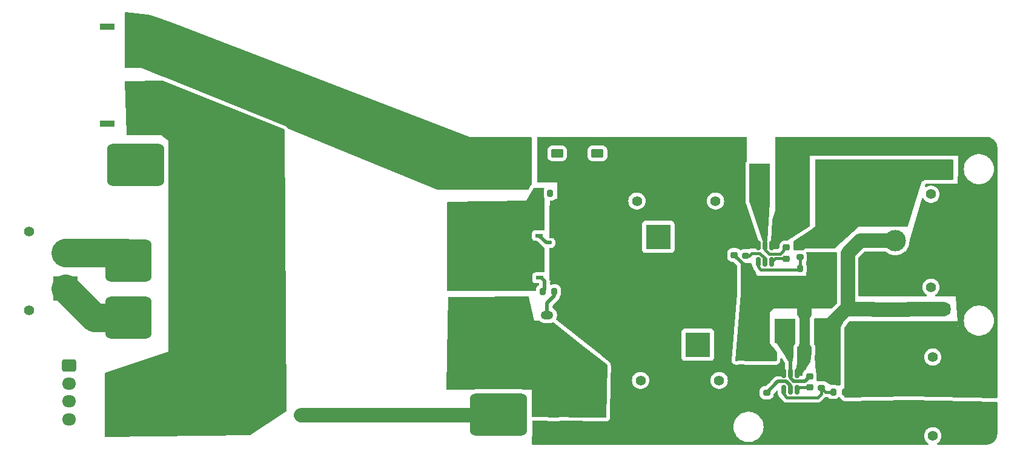
<source format=gbr>
%TF.GenerationSoftware,KiCad,Pcbnew,8.0.1*%
%TF.CreationDate,2024-08-17T14:40:07+02:00*%
%TF.ProjectId,robal_power_board,726f6261-6c5f-4706-9f77-65725f626f61,rev?*%
%TF.SameCoordinates,Original*%
%TF.FileFunction,Copper,L1,Top*%
%TF.FilePolarity,Positive*%
%FSLAX46Y46*%
G04 Gerber Fmt 4.6, Leading zero omitted, Abs format (unit mm)*
G04 Created by KiCad (PCBNEW 8.0.1) date 2024-08-17 14:40:07*
%MOMM*%
%LPD*%
G01*
G04 APERTURE LIST*
G04 Aperture macros list*
%AMRoundRect*
0 Rectangle with rounded corners*
0 $1 Rounding radius*
0 $2 $3 $4 $5 $6 $7 $8 $9 X,Y pos of 4 corners*
0 Add a 4 corners polygon primitive as box body*
4,1,4,$2,$3,$4,$5,$6,$7,$8,$9,$2,$3,0*
0 Add four circle primitives for the rounded corners*
1,1,$1+$1,$2,$3*
1,1,$1+$1,$4,$5*
1,1,$1+$1,$6,$7*
1,1,$1+$1,$8,$9*
0 Add four rect primitives between the rounded corners*
20,1,$1+$1,$2,$3,$4,$5,0*
20,1,$1+$1,$4,$5,$6,$7,0*
20,1,$1+$1,$6,$7,$8,$9,0*
20,1,$1+$1,$8,$9,$2,$3,0*%
G04 Aperture macros list end*
%TA.AperFunction,SMDPad,CuDef*%
%ADD10R,2.950000X3.500000*%
%TD*%
%TA.AperFunction,ComponentPad*%
%ADD11C,1.400000*%
%TD*%
%TA.AperFunction,ComponentPad*%
%ADD12R,3.500000X3.500000*%
%TD*%
%TA.AperFunction,ComponentPad*%
%ADD13C,3.500000*%
%TD*%
%TA.AperFunction,SMDPad,CuDef*%
%ADD14R,2.900000X5.400000*%
%TD*%
%TA.AperFunction,SMDPad,CuDef*%
%ADD15RoundRect,0.150000X-0.150000X0.512500X-0.150000X-0.512500X0.150000X-0.512500X0.150000X0.512500X0*%
%TD*%
%TA.AperFunction,SMDPad,CuDef*%
%ADD16R,1.075000X0.500000*%
%TD*%
%TA.AperFunction,SMDPad,CuDef*%
%ADD17R,4.120000X4.600000*%
%TD*%
%TA.AperFunction,SMDPad,CuDef*%
%ADD18R,0.975000X0.500000*%
%TD*%
%TA.AperFunction,SMDPad,CuDef*%
%ADD19RoundRect,0.250001X-0.924999X0.499999X-0.924999X-0.499999X0.924999X-0.499999X0.924999X0.499999X0*%
%TD*%
%TA.AperFunction,SMDPad,CuDef*%
%ADD20RoundRect,0.225000X-0.250000X0.225000X-0.250000X-0.225000X0.250000X-0.225000X0.250000X0.225000X0*%
%TD*%
%TA.AperFunction,SMDPad,CuDef*%
%ADD21RoundRect,0.225000X0.250000X-0.225000X0.250000X0.225000X-0.250000X0.225000X-0.250000X-0.225000X0*%
%TD*%
%TA.AperFunction,ComponentPad*%
%ADD22RoundRect,0.250000X0.625000X-0.350000X0.625000X0.350000X-0.625000X0.350000X-0.625000X-0.350000X0*%
%TD*%
%TA.AperFunction,ComponentPad*%
%ADD23O,1.750000X1.200000*%
%TD*%
%TA.AperFunction,SMDPad,CuDef*%
%ADD24RoundRect,0.250000X0.475000X-0.250000X0.475000X0.250000X-0.475000X0.250000X-0.475000X-0.250000X0*%
%TD*%
%TA.AperFunction,SMDPad,CuDef*%
%ADD25RoundRect,0.200000X0.275000X-0.200000X0.275000X0.200000X-0.275000X0.200000X-0.275000X-0.200000X0*%
%TD*%
%TA.AperFunction,SMDPad,CuDef*%
%ADD26RoundRect,0.250001X0.924999X-0.499999X0.924999X0.499999X-0.924999X0.499999X-0.924999X-0.499999X0*%
%TD*%
%TA.AperFunction,SMDPad,CuDef*%
%ADD27RoundRect,0.900000X3.100000X-2.100000X3.100000X2.100000X-3.100000X2.100000X-3.100000X-2.100000X0*%
%TD*%
%TA.AperFunction,SMDPad,CuDef*%
%ADD28RoundRect,0.900000X3.100000X2.100000X-3.100000X2.100000X-3.100000X-2.100000X3.100000X-2.100000X0*%
%TD*%
%TA.AperFunction,ComponentPad*%
%ADD29RoundRect,0.900000X-3.100000X-2.100000X3.100000X-2.100000X3.100000X2.100000X-3.100000X2.100000X0*%
%TD*%
%TA.AperFunction,SMDPad,CuDef*%
%ADD30RoundRect,0.900000X-3.100000X2.100000X-3.100000X-2.100000X3.100000X-2.100000X3.100000X2.100000X0*%
%TD*%
%TA.AperFunction,SMDPad,CuDef*%
%ADD31RoundRect,0.900000X-2.350000X2.100000X-2.350000X-2.100000X2.350000X-2.100000X2.350000X2.100000X0*%
%TD*%
%TA.AperFunction,SMDPad,CuDef*%
%ADD32RoundRect,0.900000X3.350000X-2.100000X3.350000X2.100000X-3.350000X2.100000X-3.350000X-2.100000X0*%
%TD*%
%TA.AperFunction,ComponentPad*%
%ADD33RoundRect,0.900000X3.350000X-2.100000X3.350000X2.100000X-3.350000X2.100000X-3.350000X-2.100000X0*%
%TD*%
%TA.AperFunction,SMDPad,CuDef*%
%ADD34RoundRect,0.200000X-0.200000X-0.275000X0.200000X-0.275000X0.200000X0.275000X-0.200000X0.275000X0*%
%TD*%
%TA.AperFunction,ComponentPad*%
%ADD35RoundRect,0.250000X-0.625000X0.350000X-0.625000X-0.350000X0.625000X-0.350000X0.625000X0.350000X0*%
%TD*%
%TA.AperFunction,ComponentPad*%
%ADD36R,2.000000X0.900000*%
%TD*%
%TA.AperFunction,ComponentPad*%
%ADD37RoundRect,1.025000X1.025000X-1.025000X1.025000X1.025000X-1.025000X1.025000X-1.025000X-1.025000X0*%
%TD*%
%TA.AperFunction,ComponentPad*%
%ADD38C,4.100000*%
%TD*%
%TA.AperFunction,SMDPad,CuDef*%
%ADD39RoundRect,0.200000X0.200000X0.275000X-0.200000X0.275000X-0.200000X-0.275000X0.200000X-0.275000X0*%
%TD*%
%TA.AperFunction,ComponentPad*%
%ADD40RoundRect,0.250000X-0.725000X0.600000X-0.725000X-0.600000X0.725000X-0.600000X0.725000X0.600000X0*%
%TD*%
%TA.AperFunction,ComponentPad*%
%ADD41O,1.950000X1.700000*%
%TD*%
%TA.AperFunction,SMDPad,CuDef*%
%ADD42RoundRect,0.250000X0.250000X0.475000X-0.250000X0.475000X-0.250000X-0.475000X0.250000X-0.475000X0*%
%TD*%
%TA.AperFunction,SMDPad,CuDef*%
%ADD43RoundRect,0.250000X-0.250000X-0.475000X0.250000X-0.475000X0.250000X0.475000X-0.250000X0.475000X0*%
%TD*%
%TA.AperFunction,ComponentPad*%
%ADD44R,3.000000X3.000000*%
%TD*%
%TA.AperFunction,ComponentPad*%
%ADD45C,3.000000*%
%TD*%
%TA.AperFunction,ViaPad*%
%ADD46C,0.800000*%
%TD*%
%TA.AperFunction,ViaPad*%
%ADD47C,0.600000*%
%TD*%
%TA.AperFunction,Conductor*%
%ADD48C,0.500000*%
%TD*%
%TA.AperFunction,Conductor*%
%ADD49C,2.000000*%
%TD*%
%TA.AperFunction,Conductor*%
%ADD50C,0.400000*%
%TD*%
%TA.AperFunction,Conductor*%
%ADD51C,4.000000*%
%TD*%
G04 APERTURE END LIST*
D10*
%TO.P,L1,1,1*%
%TO.N,+3.3V*%
X180567500Y-94705500D03*
%TO.P,L1,2,2*%
%TO.N,SW_3*%
X175117500Y-94705500D03*
%TD*%
D11*
%TO.P,J11,*%
%TO.N,*%
X154398000Y-76526000D03*
X165398000Y-76526000D03*
D12*
%TO.P,J11,1,Pin_1*%
%TO.N,GND*%
X157398000Y-81526000D03*
D13*
%TO.P,J11,2,Pin_2*%
%TO.N,VCC*%
X162398000Y-81526000D03*
%TD*%
D14*
%TO.P,L5,1,1*%
%TO.N,+5V*%
X181450000Y-74000000D03*
%TO.P,L5,2,2*%
%TO.N,SW_5*%
X171550000Y-74000000D03*
%TD*%
D15*
%TO.P,IC2,1,GND*%
%TO.N,GND*%
X173252000Y-82752000D03*
%TO.P,IC2,2,SW*%
%TO.N,SW_5*%
X172302000Y-82752000D03*
%TO.P,IC2,3,VIN*%
%TO.N,VCC*%
X171352000Y-82752000D03*
%TO.P,IC2,4,VFB*%
%TO.N,Net-(IC2-VFB)*%
X171352000Y-85027000D03*
%TO.P,IC2,5,EN*%
%TO.N,Net-(IC2-EN)*%
X172302000Y-85027000D03*
%TO.P,IC2,6,VBST*%
%TO.N,Net-(IC2-VBST)*%
X173252000Y-85027000D03*
%TD*%
D16*
%TO.P,Q2,1,G*%
%TO.N,Net-(Q1-G)*%
X140801500Y-87249000D03*
D17*
%TO.P,Q2,2,D*%
%TO.N,VCC*%
X144229000Y-85344000D03*
D18*
X146776500Y-83439000D03*
X146776500Y-84709000D03*
X146776500Y-85979000D03*
X146776500Y-87249000D03*
D16*
%TO.P,Q2,3,S*%
%TO.N,Net-(Q1-S)*%
X140801500Y-83439000D03*
X140801500Y-84709000D03*
X140801500Y-85979000D03*
%TD*%
D15*
%TO.P,IC1,1,GND*%
%TO.N,GND*%
X176792500Y-100568000D03*
%TO.P,IC1,2,SW*%
%TO.N,SW_3*%
X175842500Y-100568000D03*
%TO.P,IC1,3,VIN*%
%TO.N,VCC*%
X174892500Y-100568000D03*
%TO.P,IC1,4,VFB*%
%TO.N,Net-(IC1-VFB)*%
X174892500Y-102843000D03*
%TO.P,IC1,5,EN*%
%TO.N,Net-(IC1-EN)*%
X175842500Y-102843000D03*
%TO.P,IC1,6,VBST*%
%TO.N,Net-(IC1-VBST)*%
X176792500Y-102843000D03*
%TD*%
D19*
%TO.P,C8,1*%
%TO.N,+3.3V*%
X187250000Y-91665000D03*
%TO.P,C8,2*%
%TO.N,GND*%
X187250000Y-94915000D03*
%TD*%
D20*
%TO.P,C22,1*%
%TO.N,SW_5*%
X175302000Y-83027000D03*
%TO.P,C22,2*%
%TO.N,Net-(IC2-VBST)*%
X175302000Y-84577000D03*
%TD*%
D21*
%TO.P,C5,1*%
%TO.N,VCC*%
X168984500Y-99761500D03*
%TO.P,C5,2*%
%TO.N,GND*%
X168984500Y-98211500D03*
%TD*%
D20*
%TO.P,C6,1*%
%TO.N,SW_3*%
X178540251Y-100991374D03*
%TO.P,C6,2*%
%TO.N,Net-(IC1-VBST)*%
X178540251Y-102541374D03*
%TD*%
D22*
%TO.P,SWITCH,1,Pin_1*%
%TO.N,GND*%
X141862326Y-94486718D03*
D23*
%TO.P,SWITCH,2,Pin_2*%
%TO.N,Net-(J7-Pin_2)*%
X141862326Y-92486718D03*
%TD*%
D24*
%TO.P,C3,1*%
%TO.N,VCC*%
X170866356Y-100032673D03*
%TO.P,C3,2*%
%TO.N,GND*%
X170866356Y-98132673D03*
%TD*%
D19*
%TO.P,C11,1*%
%TO.N,+3.3V*%
X197000000Y-91619920D03*
%TO.P,C11,2*%
%TO.N,GND*%
X197000000Y-94869920D03*
%TD*%
D25*
%TO.P,R9,1*%
%TO.N,Net-(IC2-EN)*%
X169610383Y-84153766D03*
%TO.P,R9,2*%
%TO.N,VCC*%
X169610383Y-82503766D03*
%TD*%
D26*
%TO.P,C12,1*%
%TO.N,+5V*%
X187500000Y-72055000D03*
%TO.P,C12,2*%
%TO.N,GND*%
X187500000Y-68805000D03*
%TD*%
D27*
%TO.P,U1,1,0V*%
%TO.N,Net-(J1-Pin_1)*%
X84074000Y-106336000D03*
D28*
%TO.P,U1,2,4.2V*%
%TO.N,Net-(J2-Pin_3)*%
X135074000Y-106336000D03*
D29*
%TO.P,U1,3,8.4V*%
%TO.N,Net-(J2-Pin_2)*%
X84324000Y-71461000D03*
D30*
%TO.P,U1,4,12.6V*%
%TO.N,Net-(J1-Pin_2)*%
X135074000Y-71336000D03*
D31*
%TO.P,U1,5,CH+*%
%TO.N,Net-(J3-Pin_2)*%
X83324000Y-84836000D03*
%TO.P,U1,6,CH-*%
%TO.N,Net-(J3-Pin_1)*%
X83324000Y-92836000D03*
D32*
%TO.P,U1,7,LOAD+*%
%TO.N,Net-(Q1-S)*%
X134824000Y-85136000D03*
D33*
%TO.P,U1,8,LOAD-*%
%TO.N,GND*%
X134824000Y-93136000D03*
%TD*%
D34*
%TO.P,R1,1*%
%TO.N,Net-(Q1-S)*%
X140631859Y-75465502D03*
%TO.P,R1,2*%
%TO.N,Net-(Q1-G)*%
X142281859Y-75465502D03*
%TD*%
D11*
%TO.P,SENSOR_BOARD,*%
%TO.N,*%
X195756000Y-98322000D03*
X195756000Y-109322000D03*
D12*
%TO.P,SENSOR_BOARD,1,Pin_1*%
%TO.N,GND*%
X190756000Y-101322000D03*
D13*
%TO.P,SENSOR_BOARD,2,Pin_2*%
%TO.N,VCC*%
X190756000Y-106322000D03*
%TD*%
D24*
%TO.P,C18,1*%
%TO.N,GND*%
X181342324Y-84249687D03*
%TO.P,C18,2*%
%TO.N,+5V*%
X181342324Y-82349687D03*
%TD*%
D19*
%TO.P,C9,1*%
%TO.N,+3.3V*%
X192000000Y-91683563D03*
%TO.P,C9,2*%
%TO.N,GND*%
X192000000Y-94933563D03*
%TD*%
D35*
%TO.P,J13,1,Pin_1*%
%TO.N,GND*%
X148886000Y-69866000D03*
D23*
%TO.P,J13,2,Pin_2*%
%TO.N,VCC*%
X148886000Y-71866000D03*
%TD*%
D20*
%TO.P,C21,1*%
%TO.N,VCC*%
X167998377Y-82508287D03*
%TO.P,C21,2*%
%TO.N,GND*%
X167998377Y-84058287D03*
%TD*%
D26*
%TO.P,C10,1*%
%TO.N,+5V*%
X196750000Y-72036266D03*
%TO.P,C10,2*%
%TO.N,GND*%
X196750000Y-68786266D03*
%TD*%
D36*
%TO.P,J1,*%
%TO.N,*%
X80398000Y-65678000D03*
X80398000Y-52178000D03*
D37*
%TO.P,J1,1,Pin_1*%
%TO.N,Net-(J1-Pin_1)*%
X86398000Y-62528000D03*
D38*
%TO.P,J1,2,Pin_2*%
%TO.N,Net-(J1-Pin_2)*%
X86398000Y-55328000D03*
%TD*%
D34*
%TO.P,R5,1*%
%TO.N,Net-(Q1-G)*%
X141224000Y-89154000D03*
%TO.P,R5,2*%
%TO.N,Net-(J7-Pin_2)*%
X142874000Y-89154000D03*
%TD*%
D39*
%TO.P,R8,1*%
%TO.N,GND*%
X178895355Y-85974888D03*
%TO.P,R8,2*%
%TO.N,Net-(IC2-VFB)*%
X177245355Y-85974888D03*
%TD*%
D35*
%TO.P,J6,1,Pin_1*%
%TO.N,GND*%
X148336000Y-106172000D03*
D23*
%TO.P,J6,2,Pin_2*%
%TO.N,VCC*%
X148336000Y-108172000D03*
%TD*%
D11*
%TO.P,J12,*%
%TO.N,*%
X165906000Y-101592000D03*
X154906000Y-101592000D03*
D12*
%TO.P,J12,1,Pin_1*%
%TO.N,GND*%
X162906000Y-96592000D03*
D13*
%TO.P,J12,2,Pin_2*%
%TO.N,VCC*%
X157906000Y-96592000D03*
%TD*%
D16*
%TO.P,Q1,1,G*%
%TO.N,Net-(Q1-G)*%
X140764000Y-81344000D03*
D17*
%TO.P,Q1,2,D*%
%TO.N,VCC*%
X144191500Y-79439000D03*
D18*
X146739000Y-77534000D03*
X146739000Y-78804000D03*
X146739000Y-80074000D03*
X146739000Y-81344000D03*
D16*
%TO.P,Q1,3,S*%
%TO.N,Net-(Q1-S)*%
X140764000Y-77534000D03*
X140764000Y-78804000D03*
X140764000Y-80074000D03*
%TD*%
D40*
%TO.P,J2,1,Pin_1*%
%TO.N,unconnected-(J2-Pin_1-Pad1)*%
X75000000Y-99500000D03*
D41*
%TO.P,J2,2,Pin_2*%
%TO.N,Net-(J2-Pin_2)*%
X75000000Y-102000000D03*
%TO.P,J2,3,Pin_3*%
%TO.N,Net-(J2-Pin_3)*%
X75000000Y-104500000D03*
%TO.P,J2,4,Pin_4*%
%TO.N,unconnected-(J2-Pin_4-Pad4)*%
X75000000Y-107000000D03*
%TD*%
D35*
%TO.P,J10,1,Pin_1*%
%TO.N,GND*%
X142748000Y-106172000D03*
D23*
%TO.P,J10,2,Pin_2*%
%TO.N,VCC*%
X142748000Y-108172000D03*
%TD*%
D24*
%TO.P,C13,1*%
%TO.N,GND*%
X179106205Y-84248472D03*
%TO.P,C13,2*%
%TO.N,+5V*%
X179106205Y-82348472D03*
%TD*%
D42*
%TO.P,C1,1*%
%TO.N,GND*%
X184058440Y-101307482D03*
%TO.P,C1,2*%
%TO.N,+3.3V*%
X182158440Y-101307482D03*
%TD*%
D24*
%TO.P,C4,1*%
%TO.N,VCC*%
X172949000Y-100017307D03*
%TO.P,C4,2*%
%TO.N,GND*%
X172949000Y-98117307D03*
%TD*%
D35*
%TO.P,J8,1,Pin_1*%
%TO.N,GND*%
X143256000Y-69850000D03*
D23*
%TO.P,J8,2,Pin_2*%
%TO.N,VCC*%
X143256000Y-71850000D03*
%TD*%
D25*
%TO.P,R10,1*%
%TO.N,Net-(IC2-VFB)*%
X177206854Y-84383497D03*
%TO.P,R10,2*%
%TO.N,+5V*%
X177206854Y-82733497D03*
%TD*%
D43*
%TO.P,C20,1*%
%TO.N,VCC*%
X167734257Y-88166977D03*
%TO.P,C20,2*%
%TO.N,GND*%
X169634257Y-88166977D03*
%TD*%
D11*
%TO.P,CHARGER,*%
%TO.N,*%
X69476000Y-91750000D03*
X69476000Y-80750000D03*
D12*
%TO.P,CHARGER,1,Pin_1*%
%TO.N,Net-(J3-Pin_1)*%
X74476000Y-88750000D03*
D13*
%TO.P,CHARGER,2,Pin_2*%
%TO.N,Net-(J3-Pin_2)*%
X74476000Y-83750000D03*
%TD*%
D11*
%TO.P,J9,*%
%TO.N,*%
X195506000Y-75572000D03*
X195506000Y-88572000D03*
D44*
%TO.P,J9,1,Pin_1*%
%TO.N,GND*%
X190506000Y-85572000D03*
D45*
%TO.P,J9,2,Pin_2*%
%TO.N,+3.3V*%
X190506000Y-82072000D03*
%TO.P,J9,3,Pin_3*%
%TO.N,+5V*%
X190506000Y-78572000D03*
%TD*%
D25*
%TO.P,R3,1*%
%TO.N,Net-(IC1-EN)*%
X172540500Y-103304500D03*
%TO.P,R3,2*%
%TO.N,VCC*%
X172540500Y-101654500D03*
%TD*%
D42*
%TO.P,C2,1*%
%TO.N,GND*%
X184093739Y-99207168D03*
%TO.P,C2,2*%
%TO.N,+3.3V*%
X182193739Y-99207168D03*
%TD*%
D25*
%TO.P,R4,1*%
%TO.N,Net-(IC1-VFB)*%
X180181673Y-102609024D03*
%TO.P,R4,2*%
%TO.N,+3.3V*%
X180181673Y-100959024D03*
%TD*%
D43*
%TO.P,C19,1*%
%TO.N,VCC*%
X167760082Y-86009654D03*
%TO.P,C19,2*%
%TO.N,GND*%
X169660082Y-86009654D03*
%TD*%
D39*
%TO.P,R2,1*%
%TO.N,GND*%
X183480000Y-103196000D03*
%TO.P,R2,2*%
%TO.N,Net-(IC1-VFB)*%
X181830000Y-103196000D03*
%TD*%
D26*
%TO.P,C7,1*%
%TO.N,+5V*%
X192250000Y-72048614D03*
%TO.P,C7,2*%
%TO.N,GND*%
X192250000Y-68798614D03*
%TD*%
D46*
%TO.N,GND*%
X132588000Y-96012000D03*
X137668000Y-101092000D03*
X177270000Y-70000000D03*
X142748000Y-101092000D03*
X140208000Y-99822000D03*
X133858000Y-102362000D03*
X149098000Y-101092000D03*
X138938000Y-96012000D03*
X181490215Y-86467695D03*
X140208000Y-103378000D03*
X137668000Y-94742000D03*
X174730000Y-70000000D03*
X175988000Y-78812000D03*
X177270000Y-68730000D03*
X128778000Y-92202000D03*
X131318000Y-97282000D03*
X146558000Y-99822000D03*
X135128000Y-102362000D03*
X147828000Y-101092000D03*
X175988000Y-75002000D03*
X131318000Y-102362000D03*
X146558000Y-97282000D03*
X132588000Y-99822000D03*
X145288000Y-97282000D03*
X133858000Y-90932000D03*
X144018000Y-98552000D03*
X149098000Y-103378000D03*
X142748000Y-99822000D03*
X174718000Y-78812000D03*
X138938000Y-92202000D03*
X137668000Y-92202000D03*
X132588000Y-94742000D03*
X140208000Y-98552000D03*
X141478000Y-98552000D03*
X135128000Y-96012000D03*
X131318000Y-99822000D03*
X177258000Y-71192000D03*
X177766000Y-95068000D03*
X136398000Y-101092000D03*
X138938000Y-98552000D03*
X131318000Y-93472000D03*
X177258000Y-80082000D03*
X177258000Y-78812000D03*
X133858000Y-101092000D03*
X174718000Y-71192000D03*
X174730000Y-68730000D03*
X136398000Y-102362000D03*
X177766000Y-97608000D03*
X141478000Y-101092000D03*
X136398000Y-96012000D03*
X182863944Y-68110267D03*
X132588000Y-101092000D03*
X146558000Y-103378000D03*
X137668000Y-97282000D03*
X176000000Y-70000000D03*
X128778000Y-93472000D03*
X133858000Y-96012000D03*
X137668000Y-99822000D03*
X175988000Y-73732000D03*
X135128000Y-90932000D03*
X142748000Y-102362000D03*
X130048000Y-101092000D03*
X175988000Y-80082000D03*
X149098000Y-102362000D03*
X177258000Y-73732000D03*
X133858000Y-99822000D03*
X142748000Y-97282000D03*
X147828000Y-103378000D03*
X175988000Y-71192000D03*
X136398000Y-94742000D03*
X145288000Y-98552000D03*
X128778000Y-94742000D03*
X180547494Y-85552036D03*
X140208000Y-97282000D03*
X144018000Y-103378000D03*
X133858000Y-97282000D03*
X174718000Y-75002000D03*
X135128000Y-93472000D03*
X130048000Y-98552000D03*
X144018000Y-102362000D03*
X144018000Y-101092000D03*
X136398000Y-98552000D03*
X137668000Y-90932000D03*
X177766000Y-96338000D03*
X177766000Y-98878000D03*
X147828000Y-102362000D03*
X146558000Y-102362000D03*
X136398000Y-93472000D03*
X182823494Y-69108029D03*
X138938000Y-90932000D03*
X130048000Y-97282000D03*
X130048000Y-94742000D03*
X135128000Y-98552000D03*
X146558000Y-101092000D03*
X138938000Y-93472000D03*
X142748000Y-103378000D03*
X137668000Y-98552000D03*
X135128000Y-94742000D03*
X144018000Y-97282000D03*
X136398000Y-99822000D03*
X177258000Y-75002000D03*
X138938000Y-94742000D03*
X128778000Y-96012000D03*
X177258000Y-72462000D03*
X137668000Y-96012000D03*
X180560000Y-86432000D03*
X175988000Y-72462000D03*
X174718000Y-80082000D03*
X135128000Y-92202000D03*
X128778000Y-97282000D03*
X131318000Y-92202000D03*
X145288000Y-102362000D03*
X133858000Y-98552000D03*
X136398000Y-90932000D03*
X130048000Y-102362000D03*
X177258000Y-77542000D03*
X144018000Y-99822000D03*
X147828000Y-98552000D03*
X135128000Y-97282000D03*
X176000000Y-68730000D03*
X130048000Y-92202000D03*
X136398000Y-97282000D03*
X131318000Y-101092000D03*
X138938000Y-97282000D03*
X128778000Y-102362000D03*
X128778000Y-90932000D03*
X147828000Y-99822000D03*
X135128000Y-99822000D03*
X175988000Y-76272000D03*
X141478000Y-99822000D03*
X131318000Y-94742000D03*
X174718000Y-73732000D03*
X137668000Y-93472000D03*
X174718000Y-72462000D03*
X175988000Y-77542000D03*
X131318000Y-98552000D03*
X181785282Y-69161962D03*
X141478000Y-103378000D03*
X132588000Y-98552000D03*
X130048000Y-93472000D03*
X128778000Y-99822000D03*
X137668000Y-102362000D03*
X138938000Y-102362000D03*
X145288000Y-103378000D03*
X132588000Y-97282000D03*
X140208000Y-102362000D03*
X181436282Y-85541843D03*
X133858000Y-94742000D03*
X174718000Y-77542000D03*
X132588000Y-102362000D03*
X177258000Y-76272000D03*
X132588000Y-90932000D03*
X131318000Y-96012000D03*
X128778000Y-101092000D03*
X145288000Y-101092000D03*
X128778000Y-98552000D03*
X174718000Y-76272000D03*
X141478000Y-102362000D03*
X181812249Y-68137234D03*
X138938000Y-101092000D03*
X142748000Y-98552000D03*
X135128000Y-101092000D03*
X130048000Y-96012000D03*
X130048000Y-90932000D03*
X138938000Y-99822000D03*
X177766000Y-93798000D03*
X177766000Y-92528000D03*
X130048000Y-99822000D03*
X131318000Y-90932000D03*
X141478000Y-97282000D03*
X146558000Y-98552000D03*
X149098000Y-99822000D03*
X136398000Y-92202000D03*
X145288000Y-99822000D03*
X140208000Y-101092000D03*
%TO.N,Net-(J2-Pin_3)*%
X110490000Y-106426000D03*
X108966000Y-106426000D03*
X107442000Y-106426000D03*
D47*
%TO.N,Net-(Q1-G)*%
X142240000Y-82346647D03*
X142281859Y-75465502D03*
X141499036Y-87703556D03*
%TD*%
D48*
%TO.N,GND*%
X169660082Y-86009654D02*
X169660082Y-85719992D01*
X169660082Y-85719992D02*
X167998377Y-84058287D01*
D49*
%TO.N,+3.3V*%
X183862000Y-91411000D02*
X184116000Y-91665000D01*
X197278795Y-91619920D02*
X192307643Y-91619920D01*
X183862000Y-91411000D02*
X180567500Y-94705500D01*
X184116000Y-91665000D02*
X187418000Y-91665000D01*
X187436563Y-91683563D02*
X187418000Y-91665000D01*
X192244000Y-91683563D02*
X187436563Y-91683563D01*
X180567500Y-94980500D02*
X180567500Y-94705500D01*
X190506000Y-82072000D02*
X185617680Y-82072000D01*
X192307643Y-91619920D02*
X192244000Y-91683563D01*
X185617680Y-82072000D02*
X183862000Y-83827680D01*
X183862000Y-83827680D02*
X183862000Y-91411000D01*
D50*
%TO.N,Net-(IC1-VBST)*%
X178540251Y-102541374D02*
X177094126Y-102541374D01*
X177094126Y-102541374D02*
X176792500Y-102843000D01*
%TO.N,Net-(IC1-VFB)*%
X179688734Y-103955500D02*
X180181673Y-103462561D01*
X180181673Y-103462561D02*
X180181673Y-102609024D01*
X180768649Y-103196000D02*
X181830000Y-103196000D01*
X180181673Y-102609024D02*
X180768649Y-103196000D01*
X174892500Y-102843000D02*
X174892500Y-103505499D01*
X175342501Y-103955500D02*
X179688734Y-103955500D01*
X174892500Y-103505499D02*
X175342501Y-103955500D01*
D48*
%TO.N,Net-(IC1-EN)*%
X172540500Y-103304500D02*
X174114500Y-101730500D01*
X175842500Y-102277816D02*
X175842500Y-102843000D01*
X174114500Y-101730500D02*
X175295184Y-101730500D01*
X175295184Y-101730500D02*
X175842500Y-102277816D01*
D51*
%TO.N,Net-(J3-Pin_1)*%
X78562000Y-92836000D02*
X74476000Y-88750000D01*
X84074000Y-92836000D02*
X78562000Y-92836000D01*
D49*
%TO.N,Net-(J2-Pin_3)*%
X108966000Y-106426000D02*
X132984000Y-106426000D01*
X132984000Y-106426000D02*
X133574000Y-105836000D01*
X108966000Y-106426000D02*
X107442000Y-106426000D01*
D51*
%TO.N,Net-(J3-Pin_2)*%
X74476000Y-83750000D02*
X82988000Y-83750000D01*
X82988000Y-83750000D02*
X84074000Y-84836000D01*
D48*
%TO.N,Net-(Q1-G)*%
X141499036Y-87703556D02*
X141044480Y-87249000D01*
X141499036Y-88878964D02*
X141224000Y-89154000D01*
X142240000Y-82346647D02*
X141766647Y-82346647D01*
X141766647Y-82346647D02*
X140764000Y-81344000D01*
X141044480Y-87249000D02*
X140801500Y-87249000D01*
X141499036Y-87703556D02*
X141499036Y-88878964D01*
%TO.N,Net-(J7-Pin_2)*%
X141862326Y-90801674D02*
X141862326Y-92486718D01*
X142874000Y-89154000D02*
X142874000Y-89790000D01*
X142874000Y-89790000D02*
X141862326Y-90801674D01*
D50*
%TO.N,Net-(IC2-VBST)*%
X173752000Y-84527000D02*
X175252000Y-84527000D01*
X173252000Y-85027000D02*
X173752000Y-84527000D01*
X175252000Y-84527000D02*
X175302000Y-84577000D01*
%TO.N,Net-(IC2-EN)*%
X171583974Y-83814500D02*
X170477500Y-83814500D01*
X172302000Y-85027000D02*
X172302000Y-84532526D01*
X172302000Y-84532526D02*
X171583974Y-83814500D01*
X170477500Y-83814500D02*
X170138234Y-84153766D01*
X170138234Y-84153766D02*
X169610383Y-84153766D01*
%TO.N,Net-(IC2-VFB)*%
X177245355Y-85974888D02*
X177245355Y-85742355D01*
X171752001Y-86089500D02*
X177130743Y-86089500D01*
X177130743Y-86089500D02*
X177245355Y-85974888D01*
X177222260Y-84398903D02*
X177206854Y-84383497D01*
X177245355Y-85742355D02*
X177206854Y-85703854D01*
X171352000Y-85027000D02*
X171352000Y-85689499D01*
X171352000Y-85689499D02*
X171752001Y-86089500D01*
X177206854Y-85703854D02*
X177206854Y-84383497D01*
D48*
%TO.N,SW_3*%
X175842500Y-100568000D02*
X175842500Y-95430500D01*
X178540251Y-100991374D02*
X177851125Y-101680500D01*
X175842500Y-101230499D02*
X175842500Y-100568000D01*
X175842500Y-95430500D02*
X175117500Y-94705500D01*
X177851125Y-101680500D02*
X176292501Y-101680500D01*
X176292501Y-101680500D02*
X175842500Y-101230499D01*
D50*
%TO.N,SW_5*%
X171546000Y-74878000D02*
X172302000Y-75634000D01*
X174402000Y-83927000D02*
X172902000Y-83927000D01*
X172302000Y-75634000D02*
X172302000Y-82752000D01*
X171541146Y-74882854D02*
X171546000Y-74878000D01*
X172902000Y-83927000D02*
X172302000Y-83327000D01*
X175302000Y-83027000D02*
X174402000Y-83927000D01*
X172302000Y-83327000D02*
X172302000Y-82752000D01*
%TD*%
%TA.AperFunction,Conductor*%
%TO.N,GND*%
G36*
X178797388Y-92488043D02*
G01*
X178778298Y-92555254D01*
X178747708Y-92588405D01*
X178734958Y-92597950D01*
X178734951Y-92597957D01*
X178648706Y-92713164D01*
X178648702Y-92713171D01*
X178598408Y-92848017D01*
X178592001Y-92907616D01*
X178592001Y-92907623D01*
X178592000Y-92907635D01*
X178592000Y-96503370D01*
X178592001Y-96503376D01*
X178598408Y-96562983D01*
X178648702Y-96697828D01*
X178648706Y-96697835D01*
X178734951Y-96813042D01*
X178734958Y-96813050D01*
X178787210Y-96852165D01*
X178829082Y-96908098D01*
X178836895Y-96950334D01*
X178844413Y-97799444D01*
X178842521Y-97822147D01*
X178641024Y-98960928D01*
X178622095Y-99008106D01*
X178128500Y-99748498D01*
X178064969Y-100014838D01*
X178030267Y-100075481D01*
X177987948Y-100101005D01*
X177988096Y-100101321D01*
X177985140Y-100102698D01*
X177983365Y-100103770D01*
X177981562Y-100104367D01*
X177981548Y-100104373D01*
X177837207Y-100193405D01*
X177717283Y-100313329D01*
X177717280Y-100313333D01*
X177628252Y-100457668D01*
X177628247Y-100457679D01*
X177574902Y-100618664D01*
X177564751Y-100718021D01*
X177564751Y-100806000D01*
X177545066Y-100873039D01*
X177492262Y-100918794D01*
X177440751Y-100930000D01*
X176767000Y-100930000D01*
X176699961Y-100910315D01*
X176654206Y-100857511D01*
X176643000Y-100806000D01*
X176643000Y-100160121D01*
X176644149Y-100143279D01*
X176649484Y-100104367D01*
X176777210Y-99172693D01*
X176770218Y-97008545D01*
X176789684Y-96941448D01*
X176828304Y-96905378D01*
X176827731Y-96904612D01*
X176834760Y-96899349D01*
X176834803Y-96899310D01*
X176834820Y-96899300D01*
X176834831Y-96899296D01*
X176950046Y-96813046D01*
X177036296Y-96697831D01*
X177086591Y-96562983D01*
X177093000Y-96503373D01*
X177092999Y-92907628D01*
X177086591Y-92848017D01*
X177036296Y-92713169D01*
X177036295Y-92713168D01*
X177036293Y-92713164D01*
X176950047Y-92597955D01*
X176950044Y-92597952D01*
X176834834Y-92511705D01*
X176827051Y-92507456D01*
X176827828Y-92506031D01*
X176780045Y-92470255D01*
X176755632Y-92404789D01*
X176755319Y-92396378D01*
X176752462Y-91512000D01*
X178788747Y-91512000D01*
X178797388Y-92488043D01*
G37*
%TD.AperFunction*%
%TD*%
%TA.AperFunction,Conductor*%
%TO.N,GND*%
G36*
X182304539Y-83657685D02*
G01*
X182350294Y-83710489D01*
X182361500Y-83762000D01*
X182361500Y-90738110D01*
X182341815Y-90805149D01*
X182325181Y-90825791D01*
X181675291Y-91475681D01*
X181613968Y-91509166D01*
X181587610Y-91512000D01*
X173448000Y-91512000D01*
X173447999Y-91512000D01*
X172940000Y-92019999D01*
X172940000Y-96338000D01*
X173160822Y-96614028D01*
X173180176Y-96648156D01*
X173198703Y-96697830D01*
X173198706Y-96697835D01*
X173284952Y-96813044D01*
X173284953Y-96813044D01*
X173284954Y-96813046D01*
X173324109Y-96842357D01*
X173359769Y-96869053D01*
X173382285Y-96890857D01*
X173928828Y-97574035D01*
X173955336Y-97638681D01*
X173956000Y-97651497D01*
X173956000Y-98754000D01*
X173936315Y-98821039D01*
X173883511Y-98866794D01*
X173832000Y-98878000D01*
X169573778Y-98878000D01*
X169534774Y-98871706D01*
X169382209Y-98821151D01*
X169282846Y-98811000D01*
X168686162Y-98811000D01*
X168686144Y-98811001D01*
X168586792Y-98821150D01*
X168586789Y-98821151D01*
X168434226Y-98871706D01*
X168395222Y-98878000D01*
X168248461Y-98878000D01*
X168181422Y-98858315D01*
X168135667Y-98805511D01*
X168124867Y-98743979D01*
X168876000Y-89480003D01*
X168876000Y-85286000D01*
X168895685Y-85218961D01*
X168948489Y-85173206D01*
X169000000Y-85162000D01*
X170318235Y-85162000D01*
X170385274Y-85181685D01*
X170431029Y-85234489D01*
X170432209Y-85237154D01*
X170541474Y-85492106D01*
X170551500Y-85540952D01*
X170551500Y-85605201D01*
X170554401Y-85642067D01*
X170554402Y-85642073D01*
X170600254Y-85799893D01*
X170600255Y-85799896D01*
X170683917Y-85941362D01*
X170683923Y-85941370D01*
X170690703Y-85948150D01*
X170717582Y-85988376D01*
X170731222Y-86021304D01*
X170731228Y-86021316D01*
X170807885Y-86136042D01*
X170811751Y-86140752D01*
X170811282Y-86141136D01*
X170834023Y-86174720D01*
X171162000Y-86940000D01*
X176886535Y-86940000D01*
X176911503Y-86943800D01*
X176911724Y-86942694D01*
X176918155Y-86943972D01*
X176918159Y-86943974D01*
X176988739Y-86950388D01*
X176988742Y-86950388D01*
X177501968Y-86950388D01*
X177501971Y-86950388D01*
X177572551Y-86943974D01*
X177572556Y-86943972D01*
X177578986Y-86942694D01*
X177579206Y-86943800D01*
X177604175Y-86940000D01*
X178020000Y-86940000D01*
X178020000Y-86687924D01*
X178037882Y-86623776D01*
X178088833Y-86539494D01*
X178139441Y-86377084D01*
X178145855Y-86306504D01*
X178145855Y-85643272D01*
X178139441Y-85572692D01*
X178088833Y-85410282D01*
X178075968Y-85389000D01*
X178037883Y-85325999D01*
X178020000Y-85261850D01*
X178020000Y-85081909D01*
X178037882Y-85017761D01*
X178125332Y-84873103D01*
X178175940Y-84710693D01*
X178182354Y-84640113D01*
X178182354Y-84126881D01*
X178175940Y-84056301D01*
X178125332Y-83893891D01*
X178084380Y-83826149D01*
X178066544Y-83758596D01*
X178088061Y-83692122D01*
X178142101Y-83647834D01*
X178190497Y-83638000D01*
X182237500Y-83638000D01*
X182304539Y-83657685D01*
G37*
%TD.AperFunction*%
%TD*%
%TA.AperFunction,Conductor*%
%TO.N,SW_3*%
G36*
X176442300Y-96077246D02*
G01*
X176508285Y-96100217D01*
X176551377Y-96155216D01*
X176558833Y-96219301D01*
X176522829Y-96461866D01*
X176493515Y-96525289D01*
X176483467Y-96535519D01*
X176479177Y-96539409D01*
X176477082Y-96541266D01*
X176469215Y-96548082D01*
X176464666Y-96552571D01*
X176462326Y-96554693D01*
X176458402Y-96559169D01*
X176444643Y-96572020D01*
X176444642Y-96572021D01*
X176363548Y-96669530D01*
X176363548Y-96669531D01*
X176304203Y-96800596D01*
X176304202Y-96800598D01*
X176284738Y-96867689D01*
X176284735Y-96867704D01*
X176264720Y-97010183D01*
X176268454Y-98166055D01*
X176267111Y-98184662D01*
X176172388Y-98822821D01*
X176143074Y-98886244D01*
X176084124Y-98923750D01*
X176048219Y-98928606D01*
X175614989Y-98923318D01*
X175548194Y-98902816D01*
X175511920Y-98865950D01*
X175077911Y-98184662D01*
X173776261Y-96141391D01*
X173756845Y-96074277D01*
X173776797Y-96007316D01*
X173829783Y-95961772D01*
X173886966Y-95950922D01*
X176442300Y-96077246D01*
G37*
%TD.AperFunction*%
%TD*%
%TA.AperFunction,Conductor*%
%TO.N,GND*%
G36*
X199356000Y-96338000D02*
G01*
X192506000Y-103821999D01*
X192505996Y-103821999D01*
X183479842Y-103956129D01*
X183412518Y-103937443D01*
X183365983Y-103885325D01*
X183354000Y-103832143D01*
X183354000Y-98322000D01*
X194550357Y-98322000D01*
X194570884Y-98543535D01*
X194570885Y-98543537D01*
X194631769Y-98757523D01*
X194631775Y-98757538D01*
X194730938Y-98956683D01*
X194730943Y-98956691D01*
X194865020Y-99134238D01*
X195029437Y-99284123D01*
X195029439Y-99284125D01*
X195218595Y-99401245D01*
X195218596Y-99401245D01*
X195218599Y-99401247D01*
X195426060Y-99481618D01*
X195644757Y-99522500D01*
X195644759Y-99522500D01*
X195867241Y-99522500D01*
X195867243Y-99522500D01*
X196085940Y-99481618D01*
X196293401Y-99401247D01*
X196482562Y-99284124D01*
X196646981Y-99134236D01*
X196781058Y-98956689D01*
X196880229Y-98757528D01*
X196941115Y-98543536D01*
X196961643Y-98322000D01*
X196941115Y-98100464D01*
X196880229Y-97886472D01*
X196880224Y-97886461D01*
X196781061Y-97687316D01*
X196781056Y-97687308D01*
X196646979Y-97509761D01*
X196482562Y-97359876D01*
X196482560Y-97359874D01*
X196293404Y-97242754D01*
X196293398Y-97242752D01*
X196085940Y-97162382D01*
X195867243Y-97121500D01*
X195644757Y-97121500D01*
X195426060Y-97162382D01*
X195294864Y-97213207D01*
X195218601Y-97242752D01*
X195218595Y-97242754D01*
X195029439Y-97359874D01*
X195029437Y-97359876D01*
X194865020Y-97509761D01*
X194730943Y-97687308D01*
X194730938Y-97687316D01*
X194631775Y-97886461D01*
X194631769Y-97886476D01*
X194570885Y-98100462D01*
X194570884Y-98100464D01*
X194550357Y-98321999D01*
X194550357Y-98322000D01*
X183354000Y-98322000D01*
X183354000Y-94347333D01*
X183373685Y-94280294D01*
X183378800Y-94272933D01*
X184078800Y-93339600D01*
X184134771Y-93297779D01*
X184178000Y-93290000D01*
X199192279Y-93290000D01*
X199192280Y-93290000D01*
X199356000Y-96338000D01*
G37*
%TD.AperFunction*%
%TD*%
%TA.AperFunction,Conductor*%
%TO.N,Net-(Q1-S)*%
G36*
X141421039Y-74695685D02*
G01*
X141466794Y-74748489D01*
X141478000Y-74800000D01*
X141478000Y-74800790D01*
X141460118Y-74864939D01*
X141438381Y-74900896D01*
X141387772Y-75063309D01*
X141381359Y-75133888D01*
X141381359Y-75797115D01*
X141387772Y-75867694D01*
X141387772Y-75867696D01*
X141387773Y-75867698D01*
X141438381Y-76030108D01*
X141460116Y-76066062D01*
X141478000Y-76130212D01*
X141478000Y-80469570D01*
X141458315Y-80536609D01*
X141405511Y-80582364D01*
X141352694Y-80592380D01*
X141352694Y-80593500D01*
X140178629Y-80593500D01*
X140178623Y-80593501D01*
X140119016Y-80599908D01*
X139984171Y-80650202D01*
X139984164Y-80650206D01*
X139868955Y-80736452D01*
X139868952Y-80736455D01*
X139782706Y-80851664D01*
X139782702Y-80851671D01*
X139732410Y-80986513D01*
X139732409Y-80986517D01*
X139726000Y-81046127D01*
X139726000Y-81046134D01*
X139726000Y-81046135D01*
X139726000Y-81641870D01*
X139726001Y-81641876D01*
X139732408Y-81701483D01*
X139782702Y-81836328D01*
X139782706Y-81836335D01*
X139868952Y-81951544D01*
X139868955Y-81951547D01*
X139984164Y-82037793D01*
X139984171Y-82037797D01*
X140029118Y-82054561D01*
X140119017Y-82088091D01*
X140178627Y-82094500D01*
X140401768Y-82094499D01*
X140468808Y-82114183D01*
X140489450Y-82130818D01*
X141288233Y-82929601D01*
X141316286Y-82948344D01*
X141358370Y-82976463D01*
X141411152Y-83011731D01*
X141411160Y-83011734D01*
X141412436Y-83012417D01*
X141412983Y-83012954D01*
X141416218Y-83015116D01*
X141415808Y-83015728D01*
X141462288Y-83061371D01*
X141478000Y-83121784D01*
X141478000Y-86374500D01*
X141458315Y-86441539D01*
X141405511Y-86487294D01*
X141354000Y-86498500D01*
X140216129Y-86498500D01*
X140216123Y-86498501D01*
X140156516Y-86504908D01*
X140021671Y-86555202D01*
X140021664Y-86555206D01*
X139906455Y-86641452D01*
X139906452Y-86641455D01*
X139820206Y-86756664D01*
X139820202Y-86756671D01*
X139769910Y-86891513D01*
X139769909Y-86891517D01*
X139763500Y-86951127D01*
X139763500Y-86951134D01*
X139763500Y-86951135D01*
X139763500Y-87546870D01*
X139763501Y-87546876D01*
X139769908Y-87606483D01*
X139820202Y-87741328D01*
X139820206Y-87741335D01*
X139906452Y-87856544D01*
X139906455Y-87856547D01*
X140021664Y-87942793D01*
X140021671Y-87942797D01*
X140066618Y-87959561D01*
X140156517Y-87993091D01*
X140216127Y-87999500D01*
X140624536Y-87999499D01*
X140691575Y-88019183D01*
X140737330Y-88071987D01*
X140748536Y-88123499D01*
X140748536Y-88157037D01*
X140728851Y-88224076D01*
X140688687Y-88263152D01*
X140638824Y-88293295D01*
X140588811Y-88323530D01*
X140468530Y-88443811D01*
X140380522Y-88589393D01*
X140329913Y-88751807D01*
X140323500Y-88822386D01*
X140323500Y-89000000D01*
X140303815Y-89067039D01*
X140251011Y-89112794D01*
X140199500Y-89124000D01*
X127981500Y-89124000D01*
X127914461Y-89104315D01*
X127868706Y-89051511D01*
X127857500Y-89000000D01*
X127857500Y-76754024D01*
X127877185Y-76686985D01*
X127929989Y-76641230D01*
X127979507Y-76630040D01*
X138938000Y-76454000D01*
X139846035Y-74864939D01*
X139918298Y-74738479D01*
X139968650Y-74690039D01*
X140025960Y-74676000D01*
X141354000Y-74676000D01*
X141421039Y-74695685D01*
G37*
%TD.AperFunction*%
%TD*%
%TA.AperFunction,Conductor*%
%TO.N,GND*%
G36*
X139264025Y-89877338D02*
G01*
X139310105Y-89929859D01*
X139318877Y-89956082D01*
X140012553Y-93193237D01*
X140012554Y-93193238D01*
X140775863Y-93271024D01*
X140840558Y-93297403D01*
X140850969Y-93306703D01*
X140870398Y-93326132D01*
X141010538Y-93427950D01*
X141164881Y-93506591D01*
X141329625Y-93560120D01*
X141500715Y-93587218D01*
X141500716Y-93587218D01*
X142223936Y-93587218D01*
X142223937Y-93587218D01*
X142395027Y-93560120D01*
X142559771Y-93506591D01*
X142615180Y-93478358D01*
X142683846Y-93465462D01*
X142712104Y-93468341D01*
X142776328Y-93494347D01*
X147010924Y-96834871D01*
X150210033Y-99358536D01*
X150250475Y-99415511D01*
X150257218Y-99457881D01*
X150141052Y-106690802D01*
X150120293Y-106757517D01*
X150066761Y-106802418D01*
X150015472Y-106812801D01*
X139822404Y-106681575D01*
X139755623Y-106661029D01*
X139710552Y-106607640D01*
X139700000Y-106557585D01*
X139700000Y-102870000D01*
X138498455Y-102870000D01*
X138474910Y-102867744D01*
X138437592Y-102860526D01*
X138322901Y-102838345D01*
X138269368Y-102835501D01*
X138269345Y-102835500D01*
X138269338Y-102835500D01*
X131878662Y-102835500D01*
X131878654Y-102835500D01*
X131878631Y-102835501D01*
X131825098Y-102838345D01*
X131825097Y-102838345D01*
X131694359Y-102863630D01*
X131673089Y-102867744D01*
X131649545Y-102870000D01*
X127888455Y-102870000D01*
X127821416Y-102850315D01*
X127775661Y-102797511D01*
X127764479Y-102743569D01*
X127944015Y-93587218D01*
X128013616Y-90037568D01*
X128034611Y-89970928D01*
X128088302Y-89926217D01*
X128137592Y-89916000D01*
X129793943Y-89916000D01*
X129794000Y-89916000D01*
X139196867Y-89858066D01*
X139264025Y-89877338D01*
G37*
%TD.AperFunction*%
%TD*%
%TA.AperFunction,Conductor*%
%TO.N,SW_5*%
G36*
X172932959Y-76620217D02*
G01*
X172979132Y-76672656D01*
X172990435Y-76733896D01*
X172608226Y-82084835D01*
X172583815Y-82150301D01*
X172527885Y-82192178D01*
X172484541Y-82200000D01*
X172089514Y-82200000D01*
X172022475Y-82180315D01*
X171976720Y-82127511D01*
X171971819Y-82115037D01*
X171961802Y-82084835D01*
X170203708Y-76784297D01*
X170201288Y-76714473D01*
X170237002Y-76654421D01*
X170299514Y-76623210D01*
X170320419Y-76621267D01*
X172865767Y-76601065D01*
X172932959Y-76620217D01*
G37*
%TD.AperFunction*%
%TD*%
%TA.AperFunction,Conductor*%
%TO.N,+5V*%
G36*
X198537039Y-70701185D02*
G01*
X198582794Y-70753989D01*
X198594000Y-70805500D01*
X198594000Y-73442500D01*
X198574315Y-73509539D01*
X198521511Y-73555294D01*
X198470000Y-73566500D01*
X194852805Y-73566500D01*
X194806526Y-73568623D01*
X194783943Y-73570700D01*
X194783916Y-73570702D01*
X194783905Y-73570704D01*
X194747608Y-73575729D01*
X194737996Y-73577060D01*
X194737991Y-73577061D01*
X194601703Y-73623169D01*
X194539380Y-73654750D01*
X194461338Y-73709507D01*
X194395153Y-73731898D01*
X194390118Y-73732000D01*
X194256000Y-73732000D01*
X193239180Y-76955316D01*
X192283306Y-79985437D01*
X192244364Y-80043448D01*
X192180242Y-80071198D01*
X192165230Y-80072132D01*
X190622294Y-80074377D01*
X190613269Y-80074061D01*
X190506002Y-80066390D01*
X190505998Y-80066390D01*
X190393905Y-80074406D01*
X190385241Y-80074722D01*
X185386000Y-80081999D01*
X185385999Y-80082000D01*
X182136529Y-83099366D01*
X182074008Y-83130559D01*
X182052153Y-83132500D01*
X178190496Y-83132500D01*
X178089836Y-83142624D01*
X178041441Y-83152457D01*
X177944817Y-83182421D01*
X177944810Y-83182424D01*
X177821681Y-83256858D01*
X177767644Y-83301143D01*
X177767636Y-83301152D01*
X177728633Y-83343744D01*
X177668840Y-83379891D01*
X177637184Y-83384000D01*
X176401500Y-83384000D01*
X176334461Y-83364315D01*
X176288706Y-83311511D01*
X176277500Y-83260000D01*
X176277499Y-82753662D01*
X176277498Y-82753644D01*
X176267349Y-82654292D01*
X176267348Y-82654289D01*
X176248294Y-82596787D01*
X176242000Y-82557783D01*
X176242000Y-82220209D01*
X176261685Y-82153170D01*
X176298941Y-82115907D01*
X178744407Y-80543824D01*
X178828525Y-80476022D01*
X178865786Y-80438755D01*
X178933567Y-80354638D01*
X178941902Y-80336386D01*
X178985912Y-80284725D01*
X179290000Y-80082000D01*
X179290000Y-70805500D01*
X179309685Y-70738461D01*
X179362489Y-70692706D01*
X179414000Y-70681500D01*
X198470000Y-70681500D01*
X198537039Y-70701185D01*
G37*
%TD.AperFunction*%
%TD*%
%TA.AperFunction,Conductor*%
%TO.N,VCC*%
G36*
X169743039Y-67576101D02*
G01*
X169788794Y-67628905D01*
X169800000Y-67680417D01*
X169800000Y-70837305D01*
X169780315Y-70904344D01*
X169750315Y-70936569D01*
X169742453Y-70942454D01*
X169742452Y-70942455D01*
X169656206Y-71057664D01*
X169656202Y-71057671D01*
X169605908Y-71192517D01*
X169599501Y-71252116D01*
X169599500Y-71252135D01*
X169599500Y-76747870D01*
X169599501Y-76747876D01*
X169605908Y-76807483D01*
X169656202Y-76942328D01*
X169656206Y-76942335D01*
X169670582Y-76961538D01*
X169742454Y-77057546D01*
X169742457Y-77057548D01*
X169748728Y-77063820D01*
X169746452Y-77066095D01*
X169778864Y-77109385D01*
X169780380Y-77113690D01*
X170544830Y-79418455D01*
X171492022Y-82274177D01*
X171494094Y-82279901D01*
X171501500Y-82322111D01*
X171501500Y-82990000D01*
X171481815Y-83057039D01*
X171429011Y-83102794D01*
X171377500Y-83114000D01*
X170408504Y-83114000D01*
X170273177Y-83140918D01*
X170273167Y-83140921D01*
X170145690Y-83193723D01*
X170145688Y-83193724D01*
X170079310Y-83238076D01*
X170012632Y-83258953D01*
X169999199Y-83258464D01*
X169985671Y-83257234D01*
X169941999Y-83253266D01*
X169278767Y-83253266D01*
X169259528Y-83255014D01*
X169208190Y-83259679D01*
X169045774Y-83310289D01*
X168945439Y-83370943D01*
X168877884Y-83388779D01*
X168811411Y-83367261D01*
X168793609Y-83352507D01*
X168701421Y-83260319D01*
X168701417Y-83260316D01*
X168557082Y-83171288D01*
X168557076Y-83171285D01*
X168557074Y-83171284D01*
X168462076Y-83139805D01*
X168396086Y-83117938D01*
X168296723Y-83107787D01*
X167700039Y-83107787D01*
X167700021Y-83107788D01*
X167600669Y-83117937D01*
X167600666Y-83117938D01*
X167439682Y-83171283D01*
X167439671Y-83171288D01*
X167295336Y-83260316D01*
X167295332Y-83260319D01*
X167175409Y-83380242D01*
X167175406Y-83380246D01*
X167086378Y-83524581D01*
X167086373Y-83524592D01*
X167033028Y-83685577D01*
X167022877Y-83784934D01*
X167022877Y-84331624D01*
X167022878Y-84331642D01*
X167033027Y-84430994D01*
X167033028Y-84430997D01*
X167086373Y-84591981D01*
X167086378Y-84591992D01*
X167175406Y-84736327D01*
X167175409Y-84736331D01*
X167295332Y-84856254D01*
X167295336Y-84856257D01*
X167439671Y-84945285D01*
X167439674Y-84945286D01*
X167439680Y-84945290D01*
X167600669Y-84998636D01*
X167700032Y-85008787D01*
X167836145Y-85008786D01*
X167903185Y-85028470D01*
X167923827Y-85045105D01*
X168334181Y-85455459D01*
X168367666Y-85516782D01*
X168370500Y-85543140D01*
X168370500Y-89454524D01*
X168370094Y-89464545D01*
X167621020Y-98703113D01*
X167621019Y-98703137D01*
X167626977Y-98831367D01*
X167637779Y-98892904D01*
X167675847Y-99015501D01*
X167675849Y-99015507D01*
X167753632Y-99136537D01*
X167753640Y-99136548D01*
X167799384Y-99189340D01*
X167799387Y-99189343D01*
X167799391Y-99189347D01*
X167908125Y-99283567D01*
X167908128Y-99283568D01*
X167908129Y-99283569D01*
X168002386Y-99326616D01*
X168039002Y-99343338D01*
X168106041Y-99363023D01*
X168106045Y-99363024D01*
X168248461Y-99383500D01*
X168248464Y-99383500D01*
X168395230Y-99383500D01*
X168446644Y-99379377D01*
X168475752Y-99377044D01*
X168514756Y-99370750D01*
X168593232Y-99351547D01*
X168680000Y-99322793D01*
X168719005Y-99316500D01*
X169249993Y-99316500D01*
X169288996Y-99322793D01*
X169375770Y-99351548D01*
X169454244Y-99370750D01*
X169493248Y-99377044D01*
X169515927Y-99378862D01*
X169573769Y-99383500D01*
X169573778Y-99383500D01*
X173831990Y-99383500D01*
X173832000Y-99383500D01*
X173939456Y-99371947D01*
X173990967Y-99360741D01*
X174025197Y-99349347D01*
X174093497Y-99326616D01*
X174093501Y-99326613D01*
X174093504Y-99326613D01*
X174214543Y-99248825D01*
X174267347Y-99203070D01*
X174361567Y-99094336D01*
X174421338Y-98963459D01*
X174441023Y-98896420D01*
X174441024Y-98896416D01*
X174461500Y-98754000D01*
X174461500Y-98583333D01*
X174481185Y-98516294D01*
X174533989Y-98470539D01*
X174603147Y-98460595D01*
X174666703Y-98489620D01*
X174690079Y-98516707D01*
X175072582Y-99117142D01*
X175092000Y-99183765D01*
X175092000Y-99773170D01*
X175087076Y-99807765D01*
X175044902Y-99952926D01*
X175044901Y-99952932D01*
X175042000Y-99989798D01*
X175042000Y-100856000D01*
X175022315Y-100923039D01*
X174969511Y-100968794D01*
X174918000Y-100980000D01*
X174040580Y-100980000D01*
X173895592Y-101008840D01*
X173895582Y-101008843D01*
X173759011Y-101065412D01*
X173758998Y-101065419D01*
X173636084Y-101147548D01*
X173636080Y-101147551D01*
X172415951Y-102367681D01*
X172354628Y-102401166D01*
X172328270Y-102404000D01*
X172208884Y-102404000D01*
X172189645Y-102405748D01*
X172138307Y-102410413D01*
X171975893Y-102461022D01*
X171830311Y-102549030D01*
X171710030Y-102669311D01*
X171622022Y-102814893D01*
X171571413Y-102977307D01*
X171565000Y-103047886D01*
X171565000Y-103561113D01*
X171571413Y-103631692D01*
X171571413Y-103631694D01*
X171571414Y-103631696D01*
X171622022Y-103794106D01*
X171705877Y-103932819D01*
X171710030Y-103939688D01*
X171830311Y-104059969D01*
X171830313Y-104059970D01*
X171830315Y-104059972D01*
X171975894Y-104147978D01*
X172138304Y-104198586D01*
X172208884Y-104205000D01*
X172208887Y-104205000D01*
X172872113Y-104205000D01*
X172872116Y-104205000D01*
X172942696Y-104198586D01*
X173105106Y-104147978D01*
X173250685Y-104059972D01*
X173370972Y-103939685D01*
X173458978Y-103794106D01*
X173509586Y-103631696D01*
X173516000Y-103561116D01*
X173516000Y-103441729D01*
X173535685Y-103374690D01*
X173552319Y-103354048D01*
X173880319Y-103026048D01*
X173941642Y-102992563D01*
X174011334Y-102997547D01*
X174067267Y-103039419D01*
X174091684Y-103104883D01*
X174092000Y-103113729D01*
X174092000Y-103421201D01*
X174094901Y-103458067D01*
X174094902Y-103458073D01*
X174140754Y-103615893D01*
X174140755Y-103615896D01*
X174224417Y-103757362D01*
X174224423Y-103757370D01*
X174231203Y-103764150D01*
X174258082Y-103804376D01*
X174271722Y-103837304D01*
X174271728Y-103837316D01*
X174348385Y-103952042D01*
X174895955Y-104499612D01*
X175010693Y-104576277D01*
X175138168Y-104629078D01*
X175138173Y-104629080D01*
X175138177Y-104629080D01*
X175138178Y-104629081D01*
X175273505Y-104656000D01*
X175273508Y-104656000D01*
X179757730Y-104656000D01*
X179848774Y-104637889D01*
X179893062Y-104629080D01*
X179956803Y-104602677D01*
X180020541Y-104576277D01*
X180020542Y-104576276D01*
X180020545Y-104576275D01*
X180135277Y-104499614D01*
X180702072Y-103932819D01*
X180763395Y-103899334D01*
X180789753Y-103896500D01*
X181013480Y-103896500D01*
X181080519Y-103916185D01*
X181101161Y-103932819D01*
X181194811Y-104026469D01*
X181194813Y-104026470D01*
X181194815Y-104026472D01*
X181340394Y-104114478D01*
X181502804Y-104165086D01*
X181573384Y-104171500D01*
X181573387Y-104171500D01*
X182086613Y-104171500D01*
X182086616Y-104171500D01*
X182157196Y-104165086D01*
X182319606Y-104114478D01*
X182465185Y-104026472D01*
X182465189Y-104026468D01*
X182567319Y-103924339D01*
X182628642Y-103890854D01*
X182698334Y-103895838D01*
X182742681Y-103924339D01*
X182844810Y-104026468D01*
X182844812Y-104026469D01*
X182844815Y-104026472D01*
X182854931Y-104032587D01*
X182902119Y-104084113D01*
X182907992Y-104098235D01*
X182909335Y-104102125D01*
X182909340Y-104102136D01*
X182988911Y-104221995D01*
X182988913Y-104221997D01*
X182988915Y-104222000D01*
X183035450Y-104274118D01*
X183145574Y-104366711D01*
X183277326Y-104424529D01*
X183320246Y-104436441D01*
X183344642Y-104443213D01*
X183344643Y-104443213D01*
X183344650Y-104443215D01*
X183421119Y-104453052D01*
X183487348Y-104461573D01*
X183487352Y-104461572D01*
X183487353Y-104461573D01*
X192502696Y-104327603D01*
X192506875Y-104327612D01*
X204641158Y-104565540D01*
X204642053Y-104565457D01*
X204642272Y-104565500D01*
X204644643Y-104565414D01*
X204644663Y-104565967D01*
X204710623Y-104578870D01*
X204761057Y-104627225D01*
X204777499Y-104688928D01*
X204777499Y-108981996D01*
X204777298Y-108985129D01*
X204777315Y-108991368D01*
X204777315Y-108991370D01*
X204777404Y-109023233D01*
X204777488Y-109052826D01*
X204777196Y-109061673D01*
X204763396Y-109262234D01*
X204760920Y-109279772D01*
X204719606Y-109471943D01*
X204714652Y-109488960D01*
X204646363Y-109673278D01*
X204639034Y-109689415D01*
X204545163Y-109862119D01*
X204535607Y-109877047D01*
X204418074Y-110034600D01*
X204406488Y-110048013D01*
X204267696Y-110187197D01*
X204254317Y-110198820D01*
X204140641Y-110284123D01*
X204097100Y-110316796D01*
X204082199Y-110326394D01*
X203909760Y-110420754D01*
X203893643Y-110428129D01*
X203709521Y-110496937D01*
X203692518Y-110501939D01*
X203500464Y-110543795D01*
X203482922Y-110546322D01*
X203356518Y-110555380D01*
X203282403Y-110560690D01*
X203273554Y-110561007D01*
X196471195Y-110561007D01*
X196404156Y-110541322D01*
X196358401Y-110488518D01*
X196348457Y-110419360D01*
X196377482Y-110355804D01*
X196405918Y-110331580D01*
X196482560Y-110284125D01*
X196482559Y-110284125D01*
X196482562Y-110284124D01*
X196646981Y-110134236D01*
X196781058Y-109956689D01*
X196788689Y-109941365D01*
X196880224Y-109757538D01*
X196880223Y-109757538D01*
X196880229Y-109757528D01*
X196941115Y-109543536D01*
X196961643Y-109322000D01*
X196941115Y-109100464D01*
X196880229Y-108886472D01*
X196843509Y-108812728D01*
X196781061Y-108687316D01*
X196781056Y-108687308D01*
X196646979Y-108509761D01*
X196482562Y-108359876D01*
X196482560Y-108359874D01*
X196293404Y-108242754D01*
X196293398Y-108242752D01*
X196085940Y-108162382D01*
X195867243Y-108121500D01*
X195644757Y-108121500D01*
X195426060Y-108162382D01*
X195294864Y-108213207D01*
X195218601Y-108242752D01*
X195218595Y-108242754D01*
X195029439Y-108359874D01*
X195029437Y-108359876D01*
X194865020Y-108509761D01*
X194730943Y-108687308D01*
X194730938Y-108687316D01*
X194631775Y-108886461D01*
X194631769Y-108886476D01*
X194570885Y-109100462D01*
X194570884Y-109100464D01*
X194550357Y-109321999D01*
X194550357Y-109322000D01*
X194570884Y-109543535D01*
X194570885Y-109543537D01*
X194631769Y-109757523D01*
X194631775Y-109757538D01*
X194730938Y-109956683D01*
X194730943Y-109956691D01*
X194865020Y-110134238D01*
X195029437Y-110284123D01*
X195029439Y-110284125D01*
X195106082Y-110331580D01*
X195152718Y-110383608D01*
X195163822Y-110452589D01*
X195135869Y-110516624D01*
X195077734Y-110555380D01*
X195040805Y-110561007D01*
X139838840Y-110561007D01*
X139771801Y-110541322D01*
X139726046Y-110488518D01*
X139714860Y-110434753D01*
X139752584Y-108359876D01*
X139757818Y-108072000D01*
X167894592Y-108072000D01*
X167914201Y-108358680D01*
X167914201Y-108358684D01*
X167914202Y-108358686D01*
X167935984Y-108463509D01*
X167972666Y-108640034D01*
X167972667Y-108640037D01*
X168068894Y-108910793D01*
X168068893Y-108910793D01*
X168201098Y-109165935D01*
X168366812Y-109400700D01*
X168433349Y-109471943D01*
X168562947Y-109610708D01*
X168785853Y-109792055D01*
X168913902Y-109869924D01*
X169031382Y-109941365D01*
X169218237Y-110022526D01*
X169294942Y-110055844D01*
X169571642Y-110133371D01*
X169821920Y-110167771D01*
X169856321Y-110172500D01*
X169856322Y-110172500D01*
X170143679Y-110172500D01*
X170174370Y-110168281D01*
X170428358Y-110133371D01*
X170705058Y-110055844D01*
X170818015Y-110006779D01*
X170968617Y-109941365D01*
X170968620Y-109941363D01*
X170968625Y-109941361D01*
X171214147Y-109792055D01*
X171437053Y-109610708D01*
X171633189Y-109400698D01*
X171798901Y-109165936D01*
X171931104Y-108910797D01*
X172027334Y-108640032D01*
X172085798Y-108358686D01*
X172105408Y-108072000D01*
X172085798Y-107785314D01*
X172027334Y-107503968D01*
X171931105Y-107233206D01*
X171931106Y-107233206D01*
X171798901Y-106978064D01*
X171633187Y-106743299D01*
X171554554Y-106659105D01*
X171437053Y-106533292D01*
X171214147Y-106351945D01*
X171214146Y-106351944D01*
X170968617Y-106202634D01*
X170705063Y-106088158D01*
X170705061Y-106088157D01*
X170705058Y-106088156D01*
X170575578Y-106051877D01*
X170428364Y-106010630D01*
X170428359Y-106010629D01*
X170428358Y-106010629D01*
X170286018Y-105991064D01*
X170143679Y-105971500D01*
X170143678Y-105971500D01*
X169856322Y-105971500D01*
X169856321Y-105971500D01*
X169571642Y-106010629D01*
X169571635Y-106010630D01*
X169363861Y-106068845D01*
X169294942Y-106088156D01*
X169294939Y-106088156D01*
X169294936Y-106088158D01*
X169294935Y-106088158D01*
X169031382Y-106202634D01*
X168785853Y-106351944D01*
X168562950Y-106533289D01*
X168366812Y-106743299D01*
X168201098Y-106978064D01*
X168068894Y-107233206D01*
X167972667Y-107503962D01*
X167972666Y-107503965D01*
X167914201Y-107785319D01*
X167894592Y-108072000D01*
X139757818Y-108072000D01*
X139771676Y-107309814D01*
X139792576Y-107243145D01*
X139846203Y-107198358D01*
X139897250Y-107188080D01*
X141802722Y-107212611D01*
X141840118Y-107218893D01*
X141970203Y-107261999D01*
X142072991Y-107272500D01*
X143423008Y-107272499D01*
X143525797Y-107261999D01*
X143585053Y-107242362D01*
X143625651Y-107236079D01*
X150008965Y-107318259D01*
X150008976Y-107318258D01*
X150008978Y-107318258D01*
X150115764Y-107308252D01*
X150115767Y-107308251D01*
X150115771Y-107308251D01*
X150167060Y-107297868D01*
X150269342Y-107265550D01*
X150391615Y-107189716D01*
X150445147Y-107144815D01*
X150541102Y-107037607D01*
X150590575Y-106933724D01*
X150602960Y-106907719D01*
X150602962Y-106907712D01*
X150602966Y-106907705D01*
X150623562Y-106841512D01*
X150623722Y-106841006D01*
X150623725Y-106840990D01*
X150623726Y-106840988D01*
X150646487Y-106698920D01*
X150728508Y-101592000D01*
X153700357Y-101592000D01*
X153720884Y-101813535D01*
X153720885Y-101813537D01*
X153781769Y-102027523D01*
X153781775Y-102027538D01*
X153880938Y-102226683D01*
X153880943Y-102226691D01*
X154015020Y-102404238D01*
X154179437Y-102554123D01*
X154179439Y-102554125D01*
X154368595Y-102671245D01*
X154368596Y-102671245D01*
X154368599Y-102671247D01*
X154576060Y-102751618D01*
X154794757Y-102792500D01*
X154794759Y-102792500D01*
X155017241Y-102792500D01*
X155017243Y-102792500D01*
X155235940Y-102751618D01*
X155443401Y-102671247D01*
X155632562Y-102554124D01*
X155796981Y-102404236D01*
X155931058Y-102226689D01*
X156030229Y-102027528D01*
X156091115Y-101813536D01*
X156111643Y-101592000D01*
X164700357Y-101592000D01*
X164720884Y-101813535D01*
X164720885Y-101813537D01*
X164781769Y-102027523D01*
X164781775Y-102027538D01*
X164880938Y-102226683D01*
X164880943Y-102226691D01*
X165015020Y-102404238D01*
X165179437Y-102554123D01*
X165179439Y-102554125D01*
X165368595Y-102671245D01*
X165368596Y-102671245D01*
X165368599Y-102671247D01*
X165576060Y-102751618D01*
X165794757Y-102792500D01*
X165794759Y-102792500D01*
X166017241Y-102792500D01*
X166017243Y-102792500D01*
X166235940Y-102751618D01*
X166443401Y-102671247D01*
X166632562Y-102554124D01*
X166796981Y-102404236D01*
X166931058Y-102226689D01*
X167030229Y-102027528D01*
X167091115Y-101813536D01*
X167111643Y-101592000D01*
X167091115Y-101370464D01*
X167030229Y-101156472D01*
X167025786Y-101147549D01*
X166931061Y-100957316D01*
X166931056Y-100957308D01*
X166796979Y-100779761D01*
X166632562Y-100629876D01*
X166632560Y-100629874D01*
X166443404Y-100512754D01*
X166443398Y-100512752D01*
X166235940Y-100432382D01*
X166017243Y-100391500D01*
X165794757Y-100391500D01*
X165576060Y-100432382D01*
X165444864Y-100483207D01*
X165368601Y-100512752D01*
X165368595Y-100512754D01*
X165179439Y-100629874D01*
X165179437Y-100629876D01*
X165015020Y-100779761D01*
X164880943Y-100957308D01*
X164880938Y-100957316D01*
X164781775Y-101156461D01*
X164781769Y-101156476D01*
X164720885Y-101370462D01*
X164720884Y-101370464D01*
X164700357Y-101591999D01*
X164700357Y-101592000D01*
X156111643Y-101592000D01*
X156091115Y-101370464D01*
X156030229Y-101156472D01*
X156025786Y-101147549D01*
X155931061Y-100957316D01*
X155931056Y-100957308D01*
X155796979Y-100779761D01*
X155632562Y-100629876D01*
X155632560Y-100629874D01*
X155443404Y-100512754D01*
X155443398Y-100512752D01*
X155235940Y-100432382D01*
X155017243Y-100391500D01*
X154794757Y-100391500D01*
X154576060Y-100432382D01*
X154444864Y-100483207D01*
X154368601Y-100512752D01*
X154368595Y-100512754D01*
X154179439Y-100629874D01*
X154179437Y-100629876D01*
X154015020Y-100779761D01*
X153880943Y-100957308D01*
X153880938Y-100957316D01*
X153781775Y-101156461D01*
X153781769Y-101156476D01*
X153720885Y-101370462D01*
X153720884Y-101370464D01*
X153700357Y-101591999D01*
X153700357Y-101592000D01*
X150728508Y-101592000D01*
X150762653Y-99465999D01*
X150756436Y-99378433D01*
X150749693Y-99336063D01*
X150736581Y-99283566D01*
X150728423Y-99250903D01*
X150728421Y-99250898D01*
X150692866Y-99181676D01*
X150662686Y-99122915D01*
X150662684Y-99122912D01*
X150662683Y-99122910D01*
X150622249Y-99065945D01*
X150622242Y-99065937D01*
X150523121Y-98961667D01*
X150523118Y-98961664D01*
X150523114Y-98961660D01*
X149798287Y-98389870D01*
X160655500Y-98389870D01*
X160655501Y-98389876D01*
X160661908Y-98449483D01*
X160712202Y-98584328D01*
X160712206Y-98584335D01*
X160798452Y-98699544D01*
X160798455Y-98699547D01*
X160913664Y-98785793D01*
X160913671Y-98785797D01*
X161048517Y-98836091D01*
X161048516Y-98836091D01*
X161055444Y-98836835D01*
X161108127Y-98842500D01*
X164703872Y-98842499D01*
X164763483Y-98836091D01*
X164898331Y-98785796D01*
X165013546Y-98699546D01*
X165099796Y-98584331D01*
X165150091Y-98449483D01*
X165156500Y-98389873D01*
X165156499Y-94794128D01*
X165150091Y-94734517D01*
X165099796Y-94599669D01*
X165099795Y-94599668D01*
X165099793Y-94599664D01*
X165013547Y-94484455D01*
X165013544Y-94484452D01*
X164898335Y-94398206D01*
X164898328Y-94398202D01*
X164763482Y-94347908D01*
X164763483Y-94347908D01*
X164703883Y-94341501D01*
X164703881Y-94341500D01*
X164703873Y-94341500D01*
X164703864Y-94341500D01*
X161108129Y-94341500D01*
X161108123Y-94341501D01*
X161048516Y-94347908D01*
X160913671Y-94398202D01*
X160913664Y-94398206D01*
X160798455Y-94484452D01*
X160798452Y-94484455D01*
X160712206Y-94599664D01*
X160712202Y-94599671D01*
X160661908Y-94734517D01*
X160655501Y-94794116D01*
X160655501Y-94794123D01*
X160655500Y-94794135D01*
X160655500Y-98389870D01*
X149798287Y-98389870D01*
X149504223Y-98157893D01*
X143149195Y-93144633D01*
X143108753Y-93087658D01*
X143105534Y-93017862D01*
X143115509Y-92990984D01*
X143157199Y-92909163D01*
X143210728Y-92744419D01*
X143237826Y-92573329D01*
X143237826Y-92400107D01*
X143210728Y-92229017D01*
X143157199Y-92064273D01*
X143078558Y-91909930D01*
X142976740Y-91769790D01*
X142854254Y-91647304D01*
X142714114Y-91545486D01*
X142680529Y-91528373D01*
X142629734Y-91480398D01*
X142612826Y-91417889D01*
X142612826Y-91163903D01*
X142632511Y-91096864D01*
X142649145Y-91076222D01*
X143456949Y-90268418D01*
X143456951Y-90268416D01*
X143481617Y-90231500D01*
X143539084Y-90145495D01*
X143595658Y-90008913D01*
X143617737Y-89897911D01*
X143633233Y-89857962D01*
X143717478Y-89718606D01*
X143768086Y-89556196D01*
X143774500Y-89485616D01*
X143774500Y-88822384D01*
X143768086Y-88751804D01*
X143717478Y-88589394D01*
X143629472Y-88443815D01*
X143629470Y-88443813D01*
X143629469Y-88443811D01*
X143509188Y-88323530D01*
X143498462Y-88317046D01*
X143363606Y-88235522D01*
X143201196Y-88184914D01*
X143201194Y-88184913D01*
X143201192Y-88184913D01*
X143151778Y-88180423D01*
X143130616Y-88178500D01*
X142617384Y-88178500D01*
X142546804Y-88184914D01*
X142498768Y-88199882D01*
X142410425Y-88227410D01*
X142340565Y-88228560D01*
X142281173Y-88191759D01*
X142251105Y-88128689D01*
X142249536Y-88109024D01*
X142249536Y-88003528D01*
X142256494Y-87962573D01*
X142284404Y-87882810D01*
X142284405Y-87882805D01*
X142304601Y-87703559D01*
X142304601Y-87703552D01*
X142284405Y-87524306D01*
X142284403Y-87524298D01*
X142246958Y-87417285D01*
X142240000Y-87376331D01*
X142240000Y-83323870D01*
X155147500Y-83323870D01*
X155147501Y-83323876D01*
X155153908Y-83383483D01*
X155204202Y-83518328D01*
X155204206Y-83518335D01*
X155290452Y-83633544D01*
X155290455Y-83633547D01*
X155405664Y-83719793D01*
X155405671Y-83719797D01*
X155540517Y-83770091D01*
X155540516Y-83770091D01*
X155547444Y-83770835D01*
X155600127Y-83776500D01*
X159195872Y-83776499D01*
X159255483Y-83770091D01*
X159390331Y-83719796D01*
X159505546Y-83633546D01*
X159591796Y-83518331D01*
X159642091Y-83383483D01*
X159648500Y-83323873D01*
X159648499Y-79728128D01*
X159642091Y-79668517D01*
X159591796Y-79533669D01*
X159591795Y-79533668D01*
X159591793Y-79533664D01*
X159505547Y-79418455D01*
X159505544Y-79418452D01*
X159390335Y-79332206D01*
X159390328Y-79332202D01*
X159255482Y-79281908D01*
X159255483Y-79281908D01*
X159195883Y-79275501D01*
X159195881Y-79275500D01*
X159195873Y-79275500D01*
X159195864Y-79275500D01*
X155600129Y-79275500D01*
X155600123Y-79275501D01*
X155540516Y-79281908D01*
X155405671Y-79332202D01*
X155405664Y-79332206D01*
X155290455Y-79418452D01*
X155290452Y-79418455D01*
X155204206Y-79533664D01*
X155204202Y-79533671D01*
X155153908Y-79668517D01*
X155147501Y-79728116D01*
X155147501Y-79728123D01*
X155147500Y-79728135D01*
X155147500Y-83323870D01*
X142240000Y-83323870D01*
X142240000Y-83263025D01*
X142259685Y-83195986D01*
X142312489Y-83150231D01*
X142350117Y-83139805D01*
X142419250Y-83132016D01*
X142419253Y-83132015D01*
X142419255Y-83132015D01*
X142589522Y-83072436D01*
X142742262Y-82976463D01*
X142869816Y-82848909D01*
X142965789Y-82696169D01*
X143025368Y-82525902D01*
X143045565Y-82346647D01*
X143042800Y-82322111D01*
X143025369Y-82167397D01*
X143025368Y-82167392D01*
X142965788Y-81997123D01*
X142869815Y-81844384D01*
X142742262Y-81716831D01*
X142589523Y-81620858D01*
X142419254Y-81561278D01*
X142419250Y-81561277D01*
X142350116Y-81553488D01*
X142285702Y-81526421D01*
X142246147Y-81468826D01*
X142240000Y-81430268D01*
X142240000Y-76565002D01*
X142251452Y-76526000D01*
X153192357Y-76526000D01*
X153212884Y-76747535D01*
X153212885Y-76747537D01*
X153273769Y-76961523D01*
X153273775Y-76961538D01*
X153372938Y-77160683D01*
X153372943Y-77160691D01*
X153507020Y-77338238D01*
X153671437Y-77488123D01*
X153671439Y-77488125D01*
X153860595Y-77605245D01*
X153860596Y-77605245D01*
X153860599Y-77605247D01*
X154068060Y-77685618D01*
X154286757Y-77726500D01*
X154286759Y-77726500D01*
X154509241Y-77726500D01*
X154509243Y-77726500D01*
X154727940Y-77685618D01*
X154935401Y-77605247D01*
X155124562Y-77488124D01*
X155288981Y-77338236D01*
X155423058Y-77160689D01*
X155522229Y-76961528D01*
X155583115Y-76747536D01*
X155603643Y-76526000D01*
X164192357Y-76526000D01*
X164212884Y-76747535D01*
X164212885Y-76747537D01*
X164273769Y-76961523D01*
X164273775Y-76961538D01*
X164372938Y-77160683D01*
X164372943Y-77160691D01*
X164507020Y-77338238D01*
X164671437Y-77488123D01*
X164671439Y-77488125D01*
X164860595Y-77605245D01*
X164860596Y-77605245D01*
X164860599Y-77605247D01*
X165068060Y-77685618D01*
X165286757Y-77726500D01*
X165286759Y-77726500D01*
X165509241Y-77726500D01*
X165509243Y-77726500D01*
X165727940Y-77685618D01*
X165935401Y-77605247D01*
X166124562Y-77488124D01*
X166288981Y-77338236D01*
X166423058Y-77160689D01*
X166522229Y-76961528D01*
X166583115Y-76747536D01*
X166603643Y-76526000D01*
X166583115Y-76304464D01*
X166522229Y-76090472D01*
X166522224Y-76090461D01*
X166423061Y-75891316D01*
X166423056Y-75891308D01*
X166288979Y-75713761D01*
X166124562Y-75563876D01*
X166124560Y-75563874D01*
X165935404Y-75446754D01*
X165935398Y-75446752D01*
X165727940Y-75366382D01*
X165509243Y-75325500D01*
X165286757Y-75325500D01*
X165068060Y-75366382D01*
X165011659Y-75388232D01*
X164860601Y-75446752D01*
X164860595Y-75446754D01*
X164671439Y-75563874D01*
X164671437Y-75563876D01*
X164507020Y-75713761D01*
X164372943Y-75891308D01*
X164372938Y-75891316D01*
X164273775Y-76090461D01*
X164273769Y-76090476D01*
X164212885Y-76304462D01*
X164212884Y-76304464D01*
X164192357Y-76525999D01*
X164192357Y-76526000D01*
X155603643Y-76526000D01*
X155583115Y-76304464D01*
X155522229Y-76090472D01*
X155522224Y-76090461D01*
X155423061Y-75891316D01*
X155423056Y-75891308D01*
X155288979Y-75713761D01*
X155124562Y-75563876D01*
X155124560Y-75563874D01*
X154935404Y-75446754D01*
X154935398Y-75446752D01*
X154727940Y-75366382D01*
X154509243Y-75325500D01*
X154286757Y-75325500D01*
X154068060Y-75366382D01*
X154011659Y-75388232D01*
X153860601Y-75446752D01*
X153860595Y-75446754D01*
X153671439Y-75563874D01*
X153671437Y-75563876D01*
X153507020Y-75713761D01*
X153372943Y-75891308D01*
X153372938Y-75891316D01*
X153273775Y-76090461D01*
X153273769Y-76090476D01*
X153212885Y-76304462D01*
X153212884Y-76304464D01*
X153192357Y-76525999D01*
X153192357Y-76526000D01*
X142251452Y-76526000D01*
X142259685Y-76497963D01*
X142312489Y-76452208D01*
X142364000Y-76441002D01*
X142538472Y-76441002D01*
X142538475Y-76441002D01*
X142609055Y-76434588D01*
X142771465Y-76383980D01*
X142917044Y-76295974D01*
X142976700Y-76236317D01*
X143038021Y-76202834D01*
X143064380Y-76200000D01*
X143256000Y-76200000D01*
X143256000Y-73914000D01*
X140586000Y-73914000D01*
X140518961Y-73894315D01*
X140473206Y-73841511D01*
X140462000Y-73790000D01*
X140462000Y-70250001D01*
X141880500Y-70250001D01*
X141880501Y-70250019D01*
X141891000Y-70352796D01*
X141891001Y-70352799D01*
X141946185Y-70519331D01*
X141946186Y-70519334D01*
X142038288Y-70668656D01*
X142162344Y-70792712D01*
X142311666Y-70884814D01*
X142478203Y-70939999D01*
X142580991Y-70950500D01*
X143931008Y-70950499D01*
X144033797Y-70939999D01*
X144200334Y-70884814D01*
X144349656Y-70792712D01*
X144473712Y-70668656D01*
X144565814Y-70519334D01*
X144620999Y-70352797D01*
X144629866Y-70266001D01*
X147510500Y-70266001D01*
X147510501Y-70266019D01*
X147521000Y-70368796D01*
X147521001Y-70368799D01*
X147570883Y-70519331D01*
X147576186Y-70535334D01*
X147668288Y-70684656D01*
X147792344Y-70808712D01*
X147941666Y-70900814D01*
X148108203Y-70955999D01*
X148210991Y-70966500D01*
X149561008Y-70966499D01*
X149663797Y-70955999D01*
X149830334Y-70900814D01*
X149979656Y-70808712D01*
X150103712Y-70684656D01*
X150195814Y-70535334D01*
X150250999Y-70368797D01*
X150261500Y-70266009D01*
X150261499Y-69465992D01*
X150259864Y-69449991D01*
X150250999Y-69363203D01*
X150250998Y-69363200D01*
X150245696Y-69347200D01*
X150195814Y-69196666D01*
X150103712Y-69047344D01*
X149979656Y-68923288D01*
X149830334Y-68831186D01*
X149663797Y-68776001D01*
X149663795Y-68776000D01*
X149561010Y-68765500D01*
X148210998Y-68765500D01*
X148210981Y-68765501D01*
X148108203Y-68776000D01*
X148108200Y-68776001D01*
X147941668Y-68831185D01*
X147941663Y-68831187D01*
X147792342Y-68923289D01*
X147668289Y-69047342D01*
X147576187Y-69196663D01*
X147576186Y-69196666D01*
X147521001Y-69363203D01*
X147521001Y-69363204D01*
X147521000Y-69363204D01*
X147510500Y-69465983D01*
X147510500Y-70266001D01*
X144629866Y-70266001D01*
X144631500Y-70250009D01*
X144631499Y-69449992D01*
X144620999Y-69347203D01*
X144565814Y-69180666D01*
X144473712Y-69031344D01*
X144349656Y-68907288D01*
X144200334Y-68815186D01*
X144033797Y-68760001D01*
X144033795Y-68760000D01*
X143931010Y-68749500D01*
X142580998Y-68749500D01*
X142580981Y-68749501D01*
X142478203Y-68760000D01*
X142478200Y-68760001D01*
X142311668Y-68815185D01*
X142311663Y-68815187D01*
X142162342Y-68907289D01*
X142038289Y-69031342D01*
X141946187Y-69180663D01*
X141946186Y-69180666D01*
X141891001Y-69347203D01*
X141891001Y-69347204D01*
X141891000Y-69347204D01*
X141880500Y-69449983D01*
X141880500Y-70250001D01*
X140462000Y-70250001D01*
X140462000Y-67680478D01*
X140481685Y-67613439D01*
X140534489Y-67567684D01*
X140585994Y-67556479D01*
X169676000Y-67556417D01*
X169743039Y-67576101D01*
G37*
%TD.AperFunction*%
%TD*%
%TA.AperFunction,Conductor*%
%TO.N,GND*%
G36*
X199314236Y-70176000D02*
G01*
X178528000Y-70176000D01*
X178528000Y-80014302D01*
X178508315Y-80081341D01*
X178471054Y-80118608D01*
X175456077Y-82056806D01*
X175389040Y-82076500D01*
X175003662Y-82076500D01*
X175003644Y-82076501D01*
X174904292Y-82086650D01*
X174904289Y-82086651D01*
X174743305Y-82139996D01*
X174743294Y-82140001D01*
X174598959Y-82229029D01*
X174598955Y-82229032D01*
X174479032Y-82348955D01*
X174479029Y-82348959D01*
X174390001Y-82493294D01*
X174389996Y-82493305D01*
X174336651Y-82654290D01*
X174326500Y-82753647D01*
X174326500Y-82960480D01*
X174306815Y-83027519D01*
X174290185Y-83048156D01*
X174148160Y-83190182D01*
X174086840Y-83223666D01*
X174060481Y-83226500D01*
X173243519Y-83226500D01*
X173176480Y-83206815D01*
X173155838Y-83190181D01*
X173138819Y-83173162D01*
X173105334Y-83111839D01*
X173102500Y-83085481D01*
X173102500Y-82179889D01*
X173105332Y-82153540D01*
X173108277Y-82139997D01*
X173112441Y-82120850D01*
X173320912Y-79202240D01*
X173324963Y-79178467D01*
X173702000Y-77796000D01*
X173702000Y-67680408D01*
X173721685Y-67613369D01*
X173774489Y-67567614D01*
X173825994Y-67556409D01*
X199353393Y-67556355D01*
X199314236Y-70176000D01*
G37*
%TD.AperFunction*%
%TD*%
%TA.AperFunction,Conductor*%
%TO.N,GND*%
G36*
X203282418Y-67556663D02*
G01*
X203482555Y-67570977D01*
X203500060Y-67573494D01*
X203691788Y-67615202D01*
X203708747Y-67620181D01*
X203892600Y-67688755D01*
X203908689Y-67696104D01*
X204080893Y-67790138D01*
X204095775Y-67799702D01*
X204252848Y-67917286D01*
X204266211Y-67928865D01*
X204404956Y-68067614D01*
X204416536Y-68080979D01*
X204534117Y-68238053D01*
X204543682Y-68252937D01*
X204637711Y-68425144D01*
X204645057Y-68441229D01*
X204713623Y-68625070D01*
X204718607Y-68642046D01*
X204760310Y-68833774D01*
X204762827Y-68851286D01*
X204777182Y-69052063D01*
X204777498Y-69060908D01*
X204777497Y-69130350D01*
X204777499Y-69130379D01*
X204777499Y-103936161D01*
X204757814Y-104003200D01*
X204705010Y-104048955D01*
X204651068Y-104060137D01*
X192506000Y-103821999D01*
X199356000Y-96338000D01*
X199188627Y-93222000D01*
X200100592Y-93222000D01*
X200120201Y-93508680D01*
X200178666Y-93790034D01*
X200178667Y-93790037D01*
X200274894Y-94060793D01*
X200274893Y-94060793D01*
X200407098Y-94315935D01*
X200572812Y-94550700D01*
X200657923Y-94641831D01*
X200768947Y-94760708D01*
X200846242Y-94823592D01*
X200991853Y-94942055D01*
X201237382Y-95091365D01*
X201424237Y-95172526D01*
X201500942Y-95205844D01*
X201777642Y-95283371D01*
X202027920Y-95317771D01*
X202062321Y-95322500D01*
X202062322Y-95322500D01*
X202349679Y-95322500D01*
X202380370Y-95318281D01*
X202634358Y-95283371D01*
X202911058Y-95205844D01*
X203024015Y-95156779D01*
X203174617Y-95091365D01*
X203174620Y-95091363D01*
X203174625Y-95091361D01*
X203420147Y-94942055D01*
X203643053Y-94760708D01*
X203839189Y-94550698D01*
X204004901Y-94315936D01*
X204137104Y-94060797D01*
X204233334Y-93790032D01*
X204291798Y-93508686D01*
X204311408Y-93222000D01*
X204291798Y-92935314D01*
X204233334Y-92653968D01*
X204137105Y-92383206D01*
X204137106Y-92383206D01*
X204004901Y-92128064D01*
X203839187Y-91893299D01*
X203760554Y-91809105D01*
X203643053Y-91683292D01*
X203420147Y-91501945D01*
X203420146Y-91501944D01*
X203174617Y-91352634D01*
X202911063Y-91238158D01*
X202911061Y-91238157D01*
X202911058Y-91238156D01*
X202781578Y-91201877D01*
X202634364Y-91160630D01*
X202634359Y-91160629D01*
X202634358Y-91160629D01*
X202492018Y-91141064D01*
X202349679Y-91121500D01*
X202349678Y-91121500D01*
X202062322Y-91121500D01*
X202062321Y-91121500D01*
X201777642Y-91160629D01*
X201777635Y-91160630D01*
X201569861Y-91218845D01*
X201500942Y-91238156D01*
X201500939Y-91238156D01*
X201500936Y-91238158D01*
X201500935Y-91238158D01*
X201237382Y-91352634D01*
X200991853Y-91501944D01*
X200768950Y-91683289D01*
X200572812Y-91893299D01*
X200407098Y-92128064D01*
X200274894Y-92383206D01*
X200178667Y-92653962D01*
X200178666Y-92653965D01*
X200120201Y-92935319D01*
X200100592Y-93222000D01*
X199188627Y-93222000D01*
X199143572Y-92383206D01*
X199006000Y-89822000D01*
X196203441Y-89822000D01*
X196136402Y-89802315D01*
X196090647Y-89749511D01*
X196080703Y-89680353D01*
X196109728Y-89616797D01*
X196138164Y-89592573D01*
X196232560Y-89534125D01*
X196232559Y-89534125D01*
X196232562Y-89534124D01*
X196396981Y-89384236D01*
X196531058Y-89206689D01*
X196630229Y-89007528D01*
X196691115Y-88793536D01*
X196711643Y-88572000D01*
X196691115Y-88350464D01*
X196630229Y-88136472D01*
X196630224Y-88136461D01*
X196531061Y-87937316D01*
X196531056Y-87937308D01*
X196396979Y-87759761D01*
X196232562Y-87609876D01*
X196232560Y-87609874D01*
X196043404Y-87492754D01*
X196043398Y-87492752D01*
X195835940Y-87412382D01*
X195617243Y-87371500D01*
X195394757Y-87371500D01*
X195176060Y-87412382D01*
X195044864Y-87463207D01*
X194968601Y-87492752D01*
X194968595Y-87492754D01*
X194779439Y-87609874D01*
X194779437Y-87609876D01*
X194615020Y-87759761D01*
X194480943Y-87937308D01*
X194480938Y-87937316D01*
X194381775Y-88136461D01*
X194381769Y-88136476D01*
X194320885Y-88350462D01*
X194320884Y-88350464D01*
X194300357Y-88571999D01*
X194300357Y-88572000D01*
X194320884Y-88793535D01*
X194320885Y-88793537D01*
X194381769Y-89007523D01*
X194381775Y-89007538D01*
X194480938Y-89206683D01*
X194480943Y-89206691D01*
X194615020Y-89384238D01*
X194779437Y-89534123D01*
X194779439Y-89534125D01*
X194873836Y-89592573D01*
X194920472Y-89644601D01*
X194931576Y-89713582D01*
X194903623Y-89777617D01*
X194845488Y-89816373D01*
X194808559Y-89822000D01*
X185486500Y-89822000D01*
X185419461Y-89802315D01*
X185373706Y-89749511D01*
X185362500Y-89698000D01*
X185362500Y-84500569D01*
X185382185Y-84433530D01*
X185398819Y-84412888D01*
X186202888Y-83608819D01*
X186264211Y-83575334D01*
X186290569Y-83572500D01*
X189130977Y-83572500D01*
X189198016Y-83592185D01*
X189205287Y-83597233D01*
X189421682Y-83759224D01*
X189421690Y-83759229D01*
X189672833Y-83896364D01*
X189672832Y-83896364D01*
X189672836Y-83896365D01*
X189672839Y-83896367D01*
X189940954Y-83996369D01*
X189940960Y-83996370D01*
X189940962Y-83996371D01*
X190220566Y-84057195D01*
X190220568Y-84057195D01*
X190220572Y-84057196D01*
X190474220Y-84075337D01*
X190505999Y-84077610D01*
X190506000Y-84077610D01*
X190506001Y-84077610D01*
X190534595Y-84075564D01*
X190791428Y-84057196D01*
X191071046Y-83996369D01*
X191339161Y-83896367D01*
X191590315Y-83759226D01*
X191706130Y-83672527D01*
X191807381Y-83596733D01*
X191872845Y-83572316D01*
X191881691Y-83572000D01*
X192005999Y-83572000D01*
X192006000Y-83572000D01*
X192086169Y-83311449D01*
X192105410Y-83273622D01*
X192193226Y-83156315D01*
X192330367Y-82905161D01*
X192430369Y-82637046D01*
X192491196Y-82357428D01*
X192511610Y-82072000D01*
X192504952Y-81978916D01*
X192510118Y-81933616D01*
X194006000Y-77072000D01*
X194227265Y-76186937D01*
X194262620Y-76126678D01*
X194324944Y-76095096D01*
X194394449Y-76102223D01*
X194449068Y-76145796D01*
X194458561Y-76161743D01*
X194480941Y-76206687D01*
X194480943Y-76206691D01*
X194615020Y-76384238D01*
X194779437Y-76534123D01*
X194779439Y-76534125D01*
X194968595Y-76651245D01*
X194968596Y-76651245D01*
X194968599Y-76651247D01*
X195176060Y-76731618D01*
X195394757Y-76772500D01*
X195394759Y-76772500D01*
X195617241Y-76772500D01*
X195617243Y-76772500D01*
X195835940Y-76731618D01*
X196043401Y-76651247D01*
X196232562Y-76534124D01*
X196396981Y-76384236D01*
X196531058Y-76206689D01*
X196630229Y-76007528D01*
X196691115Y-75793536D01*
X196711643Y-75572000D01*
X196691115Y-75350464D01*
X196630229Y-75136472D01*
X196630224Y-75136461D01*
X196531061Y-74937316D01*
X196531056Y-74937308D01*
X196396979Y-74759761D01*
X196232562Y-74609876D01*
X196232560Y-74609874D01*
X196043404Y-74492754D01*
X196043398Y-74492752D01*
X195835940Y-74412382D01*
X195617243Y-74371500D01*
X195394757Y-74371500D01*
X195176060Y-74412382D01*
X195044864Y-74463207D01*
X194968601Y-74492752D01*
X194968595Y-74492754D01*
X194852252Y-74564791D01*
X194784891Y-74583346D01*
X194718192Y-74562538D01*
X194673331Y-74508973D01*
X194664551Y-74439657D01*
X194666674Y-74429301D01*
X194732518Y-74165924D01*
X194767875Y-74105662D01*
X194830199Y-74074080D01*
X194852816Y-74072000D01*
X199255999Y-74072000D01*
X199256000Y-74072000D01*
X199285896Y-72072000D01*
X200100592Y-72072000D01*
X200120201Y-72358680D01*
X200178666Y-72640034D01*
X200178667Y-72640037D01*
X200274894Y-72910793D01*
X200274893Y-72910793D01*
X200407098Y-73165935D01*
X200572812Y-73400700D01*
X200657923Y-73491831D01*
X200768947Y-73610708D01*
X200991853Y-73792055D01*
X201237382Y-73941365D01*
X201424237Y-74022526D01*
X201500942Y-74055844D01*
X201777642Y-74133371D01*
X202014479Y-74165924D01*
X202062321Y-74172500D01*
X202062322Y-74172500D01*
X202349679Y-74172500D01*
X202397521Y-74165924D01*
X202634358Y-74133371D01*
X202911058Y-74055844D01*
X203024015Y-74006779D01*
X203174617Y-73941365D01*
X203174620Y-73941363D01*
X203174625Y-73941361D01*
X203420147Y-73792055D01*
X203643053Y-73610708D01*
X203839189Y-73400698D01*
X204004901Y-73165936D01*
X204137104Y-72910797D01*
X204233334Y-72640032D01*
X204291798Y-72358686D01*
X204311408Y-72072000D01*
X204291798Y-71785314D01*
X204233334Y-71503968D01*
X204137105Y-71233206D01*
X204137106Y-71233206D01*
X204004901Y-70978064D01*
X203839187Y-70743299D01*
X203760554Y-70659105D01*
X203643053Y-70533292D01*
X203420147Y-70351945D01*
X203420146Y-70351944D01*
X203174617Y-70202634D01*
X202911063Y-70088158D01*
X202911061Y-70088157D01*
X202911058Y-70088156D01*
X202781578Y-70051877D01*
X202634364Y-70010630D01*
X202634359Y-70010629D01*
X202634358Y-70010629D01*
X202492018Y-69991064D01*
X202349679Y-69971500D01*
X202349678Y-69971500D01*
X202062322Y-69971500D01*
X202062321Y-69971500D01*
X201777642Y-70010629D01*
X201777635Y-70010630D01*
X201569861Y-70068845D01*
X201500942Y-70088156D01*
X201500939Y-70088156D01*
X201500936Y-70088158D01*
X201500935Y-70088158D01*
X201237382Y-70202634D01*
X200991853Y-70351944D01*
X200768950Y-70533289D01*
X200572812Y-70743299D01*
X200407098Y-70978064D01*
X200274894Y-71233206D01*
X200178667Y-71503962D01*
X200178666Y-71503965D01*
X200120201Y-71785319D01*
X200100592Y-72072000D01*
X199285896Y-72072000D01*
X199301452Y-71031276D01*
X199353392Y-67556355D01*
X203273572Y-67556347D01*
X203282418Y-67556663D01*
G37*
%TD.AperFunction*%
%TD*%
%TA.AperFunction,Conductor*%
%TO.N,+3.3V*%
G36*
X183151539Y-92910185D02*
G01*
X183197294Y-92962989D01*
X183208500Y-93014500D01*
X183208500Y-93616165D01*
X183188815Y-93683204D01*
X183183700Y-93690565D01*
X182974384Y-93969654D01*
X182963696Y-93984456D01*
X182958565Y-93991838D01*
X182948437Y-94006990D01*
X182948435Y-94006993D01*
X182888663Y-94137870D01*
X182868976Y-94204915D01*
X182848500Y-94347334D01*
X182848500Y-102164500D01*
X182828815Y-102231539D01*
X182776011Y-102277294D01*
X182724500Y-102288500D01*
X182370616Y-102288500D01*
X182326961Y-102279129D01*
X182326767Y-102279754D01*
X182319893Y-102277612D01*
X182319725Y-102277576D01*
X182319607Y-102277522D01*
X182172038Y-102231539D01*
X182157196Y-102226914D01*
X182157194Y-102226913D01*
X182157192Y-102226913D01*
X182107778Y-102222423D01*
X182086616Y-102220500D01*
X181729470Y-102220500D01*
X181693915Y-102215293D01*
X181631593Y-102196639D01*
X181586288Y-102183079D01*
X181566391Y-102175195D01*
X180560001Y-101672000D01*
X180560000Y-101672000D01*
X179658436Y-101672000D01*
X179591397Y-101652315D01*
X179545642Y-101599511D01*
X179534834Y-101557933D01*
X179531492Y-101516353D01*
X179514149Y-101300526D01*
X179514393Y-101278003D01*
X179515751Y-101264719D01*
X179515750Y-100718030D01*
X179505600Y-100618666D01*
X179452254Y-100457677D01*
X179452252Y-100457675D01*
X179449982Y-100450822D01*
X179451358Y-100450366D01*
X179443417Y-100420319D01*
X179273772Y-98309203D01*
X179275270Y-98277681D01*
X179340289Y-97910223D01*
X179346275Y-97864128D01*
X179348167Y-97841425D01*
X179349893Y-97794968D01*
X179342375Y-96945858D01*
X179333962Y-96858384D01*
X179326149Y-96816148D01*
X179326146Y-96816140D01*
X179326143Y-96816124D01*
X179314597Y-96774403D01*
X179302708Y-96731438D01*
X179233752Y-96605158D01*
X179220975Y-96588091D01*
X179191887Y-96549234D01*
X179191884Y-96549231D01*
X179191880Y-96549225D01*
X179191875Y-96549220D01*
X179191869Y-96549213D01*
X179180819Y-96538163D01*
X179147334Y-96476840D01*
X179144500Y-96450482D01*
X179144500Y-93014500D01*
X179164185Y-92947461D01*
X179216989Y-92901706D01*
X179268500Y-92890500D01*
X183084500Y-92890500D01*
X183151539Y-92910185D01*
G37*
%TD.AperFunction*%
%TD*%
%TA.AperFunction,Conductor*%
%TO.N,Net-(J1-Pin_1)*%
G36*
X88161105Y-59699311D02*
G01*
X88315262Y-59761434D01*
X105078888Y-66516925D01*
X105133710Y-66560239D01*
X105156412Y-66626318D01*
X105156536Y-66631136D01*
X105409562Y-105850189D01*
X105390311Y-105917354D01*
X105353144Y-105954956D01*
X100360113Y-109200425D01*
X100294084Y-109220448D01*
X80135550Y-109472430D01*
X80068270Y-109453585D01*
X80021858Y-109401357D01*
X80010000Y-109348440D01*
X80010000Y-100672571D01*
X80029685Y-100605532D01*
X80082489Y-100559777D01*
X80093784Y-100555274D01*
X88900000Y-97536000D01*
X88900000Y-68072000D01*
X88900000Y-68071999D01*
X88319428Y-67636571D01*
X87884000Y-67310000D01*
X87883999Y-67310000D01*
X83178104Y-67310000D01*
X83111065Y-67290315D01*
X83065310Y-67237511D01*
X83054167Y-67189958D01*
X82820988Y-59887685D01*
X82838523Y-59820051D01*
X82889840Y-59772634D01*
X82943258Y-59759738D01*
X88113093Y-59690334D01*
X88161105Y-59699311D01*
G37*
%TD.AperFunction*%
%TD*%
%TA.AperFunction,Conductor*%
%TO.N,Net-(J1-Pin_2)*%
G36*
X83007917Y-50160350D02*
G01*
X83013470Y-50160501D01*
X83758642Y-50197512D01*
X83764158Y-50197910D01*
X84506957Y-50268495D01*
X84512442Y-50269141D01*
X85251260Y-50373149D01*
X85256737Y-50374046D01*
X85918344Y-50497839D01*
X85990114Y-50511268D01*
X85995588Y-50512421D01*
X86721977Y-50682566D01*
X86727393Y-50683964D01*
X87445406Y-50886705D01*
X87450718Y-50888335D01*
X88158867Y-51123256D01*
X88164104Y-51125125D01*
X88803970Y-51369947D01*
X88804699Y-51370282D01*
X88867261Y-51394297D01*
X88869671Y-51395251D01*
X88914775Y-51413686D01*
X88924525Y-51417671D01*
X88929453Y-51418966D01*
X88942363Y-51423125D01*
X130838760Y-67505647D01*
X130856314Y-67514020D01*
X130870815Y-67522392D01*
X130902840Y-67530972D01*
X130915180Y-67534982D01*
X130946151Y-67546871D01*
X130946155Y-67546872D01*
X130962804Y-67548621D01*
X130981934Y-67552165D01*
X130998109Y-67556500D01*
X131031271Y-67556499D01*
X131044234Y-67557178D01*
X131077215Y-67560646D01*
X131093758Y-67558025D01*
X131113142Y-67556498D01*
X139576003Y-67556481D01*
X139643039Y-67576164D01*
X139688794Y-67628968D01*
X139700000Y-67680480D01*
X139700000Y-74203362D01*
X139680315Y-74270401D01*
X139648377Y-74304048D01*
X139618187Y-74325749D01*
X139567875Y-74374150D01*
X139567835Y-74374190D01*
X139479404Y-74487676D01*
X139479398Y-74487685D01*
X139262349Y-74867521D01*
X139211997Y-74915962D01*
X139154687Y-74930000D01*
X126516490Y-74930000D01*
X126469348Y-74920689D01*
X105622502Y-66351740D01*
X105567980Y-66308047D01*
X105559304Y-66293628D01*
X105546142Y-66267954D01*
X105447089Y-66163599D01*
X105392272Y-66120288D01*
X105392267Y-66120285D01*
X105267832Y-66048064D01*
X105267829Y-66048062D01*
X105267826Y-66048061D01*
X88350064Y-59230455D01*
X88350043Y-59230448D01*
X88254020Y-59202424D01*
X88253987Y-59202417D01*
X88221381Y-59196320D01*
X88197031Y-59189122D01*
X85090001Y-57912000D01*
X85090000Y-57912000D01*
X82928000Y-57912000D01*
X82860961Y-57892315D01*
X82815206Y-57839511D01*
X82804000Y-57788000D01*
X82804000Y-50283991D01*
X82823685Y-50216952D01*
X82876489Y-50171197D01*
X82928557Y-50159992D01*
X83007917Y-50160350D01*
G37*
%TD.AperFunction*%
%TD*%
M02*

</source>
